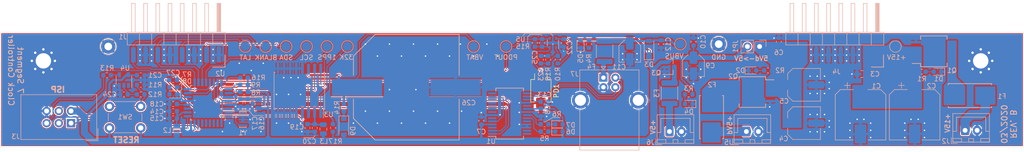
<source format=kicad_pcb>
(kicad_pcb (version 20171130) (host pcbnew "(5.1.4)-1")
  (layers (0 F.Cu signal) (31 B.Cu signal) (34 B.Paste user hide) (35 F.Paste user hide) (36 B.SilkS user) (37 F.SilkS user hide) (38 B.Mask user) (39 F.Mask user hide) (44 Edge.Cuts user))
  (net 0 "")
  (net 1 GND)
  (net 2 +15V)
  (net 3 +5VD)
  (net 4 +5V)
  (net 5 VBUS)
  (net 6 "Net-(C13-Pad2)")
  (net 7 "Net-(C14-Pad2)")
  (net 8 "Net-(C16-Pad2)")
  (net 9 "Net-(C18-Pad2)")
  (net 10 "Net-(C19-Pad2)")
  (net 11 "Net-(C23-Pad2)")
  (net 12 "Net-(C24-Pad1)")
  (net 13 +BATT)
  (net 14 "Net-(D1-Pad2)")
  (net 15 "Net-(D2-Pad2)")
  (net 16 "Net-(D4-Pad2)")
  (net 17 "Net-(D5-Pad2)")
  (net 18 "Net-(D6-Pad1)")
  (net 19 "Net-(D7-Pad1)")
  (net 20 "Net-(D8-Pad2)")
  (net 21 "Net-(D9-Pad1)")
  (net 22 "Net-(F1-Pad2)")
  (net 23 "Net-(F1-Pad1)")
  (net 24 "Net-(F2-Pad2)")
  (net 25 "Net-(F2-Pad1)")
  (net 26 "Net-(F3-Pad2)")
  (net 27 "Net-(F3-Pad1)")
  (net 28 "Net-(F4-Pad2)")
  (net 29 /TLC_BLANK)
  (net 30 /TLC_LAT)
  (net 31 /TLC_SCL)
  (net 32 /TLC_SDA)
  (net 33 /MOSI)
  (net 34 /SCK)
  (net 35 /MISO)
  (net 36 /USBD-)
  (net 37 /USBD+)
  (net 38 "Net-(R5-Pad2)")
  (net 39 "Net-(R6-Pad2)")
  (net 40 /LED)
  (net 41 /RTC_SDA)
  (net 42 /RTC_SCL)
  (net 43 "Net-(R13-Pad2)")
  (net 44 /~RESET~)
  (net 45 /RTC_1PPS)
  (net 46 /RTC_32K)
  (net 47 /FTDI_RX)
  (net 48 /FTDI_TX)
  (net 49 /~RTC_RST~)
  (net 50 "Net-(U2-Pad8)")
  (net 51 "Net-(U2-Pad7)")
  (net 52 "Net-(C27-Pad1)")
  (net 53 "Net-(R11-Pad2)")
  (net 54 "Net-(C25-Pad2)")
  (net 55 /PD_OUT)
  (net 56 "Net-(U1-Pad28)")
  (net 57 "Net-(U1-Pad27)")
  (net 58 "Net-(U1-Pad19)")
  (net 59 "Net-(U1-Pad14)")
  (net 60 "Net-(U1-Pad13)")
  (net 61 "Net-(U1-Pad12)")
  (net 62 "Net-(U1-Pad11)")
  (net 63 "Net-(U1-Pad10)")
  (net 64 "Net-(U1-Pad9)")
  (net 65 "Net-(U1-Pad6)")
  (net 66 "Net-(U1-Pad3)")
  (net 67 "Net-(U2-Pad22)")
  (net 68 "Net-(U2-Pad19)")
  (net 69 "Net-(U2-Pad14)")
  (net 70 "Net-(U2-Pad13)")
  (net 71 "Net-(U2-Pad12)")
  (net 72 "Net-(U2-Pad11)")
  (net 73 "Net-(U2-Pad10)")
  (module Resistor_SMD:R_0603_1608Metric (layer B.Cu) (at 169 96.5 90)
    (fp_text reference R4 (at -3 0 270) (layer B.SilkS) (effects (justify mirror)))
    (fp_text value 1k)
    (pad 2 smd roundrect (at 0.7875 0 90) (size 0.875 0.95) (layers B.Cu B.Paste B.Mask) (net 5 VBUS))
    (pad 1 smd roundrect (at -0.7875 0 90) (size 0.875 0.95) (layers B.Cu B.Paste B.Mask) (net 17 "Net-(D5-Pad2)"))
  )
  (module TestPoint:TestPoint_Pad_D2.0mm (layer B.Cu) (at 232.75 97 90)
    (fp_text reference TP16 hide)
    (fp_text value TestPoint_Alt)
    (pad 1 smd circle (at 0 0 90) (size 2 2) (layers B.Cu B.Mask) (net 2 +15V))
  )
  (module TestPoint:TestPoint_Pad_D2.0mm (layer B.Cu) (at 188 96.5 90)
    (fp_text reference TP13 hide)
    (fp_text value TestPoint_Alt)
    (pad 1 smd circle (at 0 0 90) (size 2 2) (layers B.Cu B.Mask) (net 5 VBUS))
  )
  (module TestPoint:TestPoint_Pad_D2.0mm (layer B.Cu) (at 145 97 90)
    (fp_text reference TP12 hide)
    (fp_text value TestPoint_Alt)
    (pad 1 smd circle (at 0 0 90) (size 2 2) (layers B.Cu B.Mask) (net 13 +BATT))
  )
  (module TestPoint:TestPoint_Pad_D2.0mm (layer B.Cu) (at 101.75 97 90)
    (fp_text reference TP11 hide)
    (fp_text value TestPoint_Alt)
    (pad 1 smd circle (at 0 0 90) (size 2 2) (layers B.Cu B.Mask) (net 29 /TLC_BLANK))
  )
  (module TestPoint:TestPoint_Pad_D2.0mm (layer B.Cu) (at 97.5 97 90)
    (fp_text reference TP10 hide)
    (fp_text value TestPoint_Alt)
    (pad 1 smd circle (at 0 0 90) (size 2 2) (layers B.Cu B.Mask) (net 30 /TLC_LAT))
  )
  (module TestPoint:TestPoint_Pad_D2.0mm (layer B.Cu) (at 110.25 97 90)
    (fp_text reference TP9 hide)
    (fp_text value TestPoint_Alt)
    (pad 1 smd circle (at 0 0 90) (size 2 2) (layers B.Cu B.Mask) (net 31 /TLC_SCL))
  )
  (module TestPoint:TestPoint_Pad_D2.0mm (layer B.Cu) (at 106 97 90)
    (fp_text reference TP7 hide)
    (fp_text value TestPoint_Alt)
    (pad 1 smd circle (at 0 0 90) (size 2 2) (layers B.Cu B.Mask) (net 32 /TLC_SDA))
  )
  (module TestPoint:TestPoint_Pad_D2.0mm (layer B.Cu) (at 151.75 97 90)
    (fp_text reference TP5 hide)
    (fp_text value TestPoint_Alt)
    (pad 1 smd circle (at 0 0 90) (size 2 2) (layers B.Cu B.Mask) (net 55 /PD_OUT))
  )
  (module TestPoint:TestPoint_Pad_D2.0mm (layer B.Cu) (at 118.75 97 90)
    (fp_text reference TP3 hide)
    (fp_text value TestPoint_Alt)
    (pad 1 smd circle (at 0 0 90) (size 2 2) (layers B.Cu B.Mask) (net 46 /RTC_32K))
  )
  (module TestPoint:TestPoint_Pad_D2.0mm (layer B.Cu) (at 114.5 97 90)
    (fp_text reference TP1 hide)
    (fp_text value TestPoint_Alt)
    (pad 1 smd circle (at 0 0 90) (size 2 2) (layers B.Cu B.Mask) (net 45 /RTC_1PPS))
  )
  (module Connector_USB:USB_B_OST_USB-B1HSxx_Horizontal (layer B.Cu) (at 172 103.5 270)
    (fp_text reference J7 (at -0.75 6 180) (layer B.SilkS) (effects (justify mirror)))
    (fp_text value CON_USB_A)
    (pad 5 thru_hole circle (at 4.71 -7.27 270) (size 3.5 3.5) (drill 2.33) (layers *.Cu *.Mask) (net 1 GND))
    (pad 5 thru_hole circle (at 4.71 4.77 270) (size 3.5 3.5) (drill 2.33) (layers *.Cu *.Mask) (net 1 GND))
    (pad 4 thru_hole circle (at 2 0 270) (size 1.7 1.7) (drill 0.92) (layers *.Cu *.Mask) (net 1 GND))
    (pad 3 thru_hole circle (at 2 -2.5 270) (size 1.7 1.7) (drill 0.92) (layers *.Cu *.Mask) (net 37 /USBD+))
    (pad 2 thru_hole circle (at 0 -2.5 270) (size 1.7 1.7) (drill 0.92) (layers *.Cu *.Mask) (net 36 /USBD-))
    (pad 1 thru_hole rect (at 0 0 270) (size 1.7 1.7) (drill 0.92) (layers *.Cu *.Mask) (net 28 "Net-(F4-Pad2)"))
  )
  (module Connector_PinSocket_2.54mm:PinSocket_1x02_P2.54mm_Vertical (layer B.Cu) (at 204.5 97 90)
    (fp_text reference JP1 (at 0 -5 270) (layer B.SilkS) (effects (justify mirror)))
    (fp_text value "5V PASSTHRU")
    (pad 2 thru_hole oval (at 0 -2.54 90) (size 1.7 1.7) (drill 1) (layers *.Cu *.Mask) (net 4 +5V))
    (pad 1 thru_hole rect (at 0 0 90) (size 1.7 1.7) (drill 1) (layers *.Cu *.Mask) (net 3 +5VD))
  )
  (module Package_TO_SOT_SMD:SOT-353_SC-70-5 (layer B.Cu) (at 161.5 96.25 90)
    (fp_text reference U5 (at 0.75 -6.75 180) (layer B.SilkS) (effects (justify mirror)))
    (fp_text value LMV301)
    (pad 5 smd rect (at 0.95 0.65 90) (size 0.65 0.4) (layers B.Cu B.Paste B.Mask) (net 4 +5V))
    (pad 4 smd rect (at 0.95 -0.65 90) (size 0.65 0.4) (layers B.Cu B.Paste B.Mask) (net 55 /PD_OUT))
    (pad 2 smd rect (at -0.95 0 90) (size 0.65 0.4) (layers B.Cu B.Paste B.Mask) (net 1 GND))
    (pad 3 smd rect (at -0.95 -0.65 90) (size 0.65 0.4) (layers B.Cu B.Paste B.Mask) (net 54 "Net-(C25-Pad2)"))
    (pad 1 smd rect (at -0.95 0.65 90) (size 0.65 0.4) (layers B.Cu B.Paste B.Mask) (net 11 "Net-(C23-Pad2)"))
  )
  (module Resistor_SMD:R_0603_1608Metric (layer B.Cu) (at 160.5 99.75 90)
    (fp_text reference R18 (at -3 0 90) (layer B.SilkS) (effects (justify mirror)))
    (fp_text value ??)
    (pad 2 smd roundrect (at 0.7875 0 90) (size 0.875 0.95) (layers B.Cu B.Paste B.Mask) (net 1 GND))
    (pad 1 smd roundrect (at -0.7875 0 90) (size 0.875 0.95) (layers B.Cu B.Paste B.Mask) (net 11 "Net-(C23-Pad2)"))
  )
  (module Resistor_SMD:R_0603_1608Metric (layer B.Cu) (at 162.5 99.75 270)
    (fp_text reference R10 (at 3 0 90) (layer B.SilkS) (effects (justify mirror)))
    (fp_text value ??)
    (pad 2 smd roundrect (at 0.7875 0 270) (size 0.875 0.95) (layers B.Cu B.Paste B.Mask) (net 4 +5V))
    (pad 1 smd roundrect (at -0.7875 0 270) (size 0.875 0.95) (layers B.Cu B.Paste B.Mask) (net 11 "Net-(C23-Pad2)"))
  )
  (module OptoDevice:Osram_SMD-DIL2_4.5x4.0mm (layer F.Cu) (at 159 106.25 270)
    (fp_text reference PD1 (at 0.01 -3.2 90) (layer F.SilkS))
    (fp_text value "SFH 2440")
    (pad 1 smd roundrect (at -2.54 0 90) (size 2.2 2) (layers F.Cu F.Paste F.Mask) (roundrect_rratio 0.125) (net 54 "Net-(C25-Pad2)"))
    (pad 2 smd roundrect (at 2.54 0 90) (size 2.2 2) (layers F.Cu F.Paste F.Mask) (roundrect_rratio 0.125) (net 1 GND))
  )
  (module Package_SO:SSOP-28_5.3x10.2mm_P0.65mm (layer B.Cu) (at 152.5 111)
    (fp_text reference U1 (at -3.9 5.8) (layer B.SilkS) (effects (justify mirror)))
    (fp_text value FT232RL)
    (pad 28 smd rect (at 3.6 4.225) (size 1.75 0.4) (layers B.Cu B.Paste B.Mask) (net 56 "Net-(U1-Pad28)"))
    (pad 27 smd rect (at 3.6 3.575) (size 1.75 0.4) (layers B.Cu B.Paste B.Mask) (net 57 "Net-(U1-Pad27)"))
    (pad 26 smd rect (at 3.6 2.925) (size 1.75 0.4) (layers B.Cu B.Paste B.Mask) (net 1 GND))
    (pad 25 smd rect (at 3.6 2.275) (size 1.75 0.4) (layers B.Cu B.Paste B.Mask) (net 1 GND))
    (pad 24 smd rect (at 3.6 1.625) (size 1.75 0.4) (layers B.Cu B.Paste B.Mask))
    (pad 23 smd rect (at 3.6 0.975) (size 1.75 0.4) (layers B.Cu B.Paste B.Mask) (net 38 "Net-(R5-Pad2)"))
    (pad 22 smd rect (at 3.6 0.325) (size 1.75 0.4) (layers B.Cu B.Paste B.Mask) (net 39 "Net-(R6-Pad2)"))
    (pad 21 smd rect (at 3.6 -0.325) (size 1.75 0.4) (layers B.Cu B.Paste B.Mask) (net 1 GND))
    (pad 20 smd rect (at 3.6 -0.975) (size 1.75 0.4) (layers B.Cu B.Paste B.Mask) (net 4 +5V))
    (pad 19 smd rect (at 3.6 -1.625) (size 1.75 0.4) (layers B.Cu B.Paste B.Mask) (net 58 "Net-(U1-Pad19)"))
    (pad 18 smd rect (at 3.6 -2.275) (size 1.75 0.4) (layers B.Cu B.Paste B.Mask) (net 1 GND))
    (pad 17 smd rect (at 3.6 -2.925) (size 1.75 0.4) (layers B.Cu B.Paste B.Mask) (net 6 "Net-(C13-Pad2)"))
    (pad 16 smd rect (at 3.6 -3.575) (size 1.75 0.4) (layers B.Cu B.Paste B.Mask) (net 36 /USBD-))
    (pad 15 smd rect (at 3.6 -4.225) (size 1.75 0.4) (layers B.Cu B.Paste B.Mask) (net 37 /USBD+))
    (pad 14 smd rect (at -3.6 -4.225) (size 1.75 0.4) (layers B.Cu B.Paste B.Mask) (net 59 "Net-(U1-Pad14)"))
    (pad 13 smd rect (at -3.6 -3.575) (size 1.75 0.4) (layers B.Cu B.Paste B.Mask) (net 60 "Net-(U1-Pad13)"))
    (pad 12 smd rect (at -3.6 -2.925) (size 1.75 0.4) (layers B.Cu B.Paste B.Mask) (net 61 "Net-(U1-Pad12)"))
    (pad 11 smd rect (at -3.6 -2.275) (size 1.75 0.4) (layers B.Cu B.Paste B.Mask) (net 62 "Net-(U1-Pad11)"))
    (pad 10 smd rect (at -3.6 -1.625) (size 1.75 0.4) (layers B.Cu B.Paste B.Mask) (net 63 "Net-(U1-Pad10)"))
    (pad 9 smd rect (at -3.6 -0.975) (size 1.75 0.4) (layers B.Cu B.Paste B.Mask) (net 64 "Net-(U1-Pad9)"))
    (pad 8 smd rect (at -3.6 -0.325) (size 1.75 0.4) (layers B.Cu B.Paste B.Mask))
    (pad 7 smd rect (at -3.6 0.325) (size 1.75 0.4) (layers B.Cu B.Paste B.Mask) (net 1 GND))
    (pad 6 smd rect (at -3.6 0.975) (size 1.75 0.4) (layers B.Cu B.Paste B.Mask) (net 65 "Net-(U1-Pad6)"))
    (pad 5 smd rect (at -3.6 1.625) (size 1.75 0.4) (layers B.Cu B.Paste B.Mask) (net 47 /FTDI_RX))
    (pad 4 smd rect (at -3.6 2.275) (size 1.75 0.4) (layers B.Cu B.Paste B.Mask) (net 4 +5V))
    (pad 3 smd rect (at -3.6 2.925) (size 1.75 0.4) (layers B.Cu B.Paste B.Mask) (net 66 "Net-(U1-Pad3)"))
    (pad 2 smd rect (at -3.6 3.575) (size 1.75 0.4) (layers B.Cu B.Paste B.Mask) (net 52 "Net-(C27-Pad1)"))
    (pad 1 smd rect (at -3.6 4.225) (size 1.75 0.4) (layers B.Cu B.Paste B.Mask) (net 48 /FTDI_TX))
  )
  (module Package_QFP:TQFP-32_7x7mm_P0.8mm (layer B.Cu) (at 89.75 108.75 180)
    (fp_text reference U2 (at -2.55 6.05 180) (layer B.SilkS) (effects (justify mirror)))
    (fp_text value ATmega328P-AU)
    (pad 32 smd rect (at -2.8 4.25 90) (size 1.6 0.5) (layers B.Cu B.Paste B.Mask) (net 45 /RTC_1PPS))
    (pad 31 smd rect (at -2 4.25 90) (size 1.6 0.5) (layers B.Cu B.Paste B.Mask) (net 47 /FTDI_RX))
    (pad 30 smd rect (at -1.2 4.25 90) (size 1.6 0.5) (layers B.Cu B.Paste B.Mask) (net 48 /FTDI_TX))
    (pad 29 smd rect (at -0.4 4.25 90) (size 1.6 0.5) (layers B.Cu B.Paste B.Mask) (net 44 /~RESET~))
    (pad 28 smd rect (at 0.4 4.25 90) (size 1.6 0.5) (layers B.Cu B.Paste B.Mask) (net 31 /TLC_SCL))
    (pad 27 smd rect (at 1.2 4.25 90) (size 1.6 0.5) (layers B.Cu B.Paste B.Mask) (net 32 /TLC_SDA))
    (pad 26 smd rect (at 2 4.25 90) (size 1.6 0.5) (layers B.Cu B.Paste B.Mask) (net 30 /TLC_LAT))
    (pad 25 smd rect (at 2.8 4.25 90) (size 1.6 0.5) (layers B.Cu B.Paste B.Mask) (net 29 /TLC_BLANK))
    (pad 24 smd rect (at 4.25 2.8 180) (size 1.6 0.5) (layers B.Cu B.Paste B.Mask) (net 40 /LED))
    (pad 23 smd rect (at 4.25 2 180) (size 1.6 0.5) (layers B.Cu B.Paste B.Mask) (net 55 /PD_OUT))
    (pad 22 smd rect (at 4.25 1.2 180) (size 1.6 0.5) (layers B.Cu B.Paste B.Mask) (net 67 "Net-(U2-Pad22)"))
    (pad 21 smd rect (at 4.25 0.4 180) (size 1.6 0.5) (layers B.Cu B.Paste B.Mask) (net 1 GND))
    (pad 20 smd rect (at 4.25 -0.4 180) (size 1.6 0.5) (layers B.Cu B.Paste B.Mask) (net 9 "Net-(C18-Pad2)"))
    (pad 19 smd rect (at 4.25 -1.2 180) (size 1.6 0.5) (layers B.Cu B.Paste B.Mask) (net 68 "Net-(U2-Pad19)"))
    (pad 18 smd rect (at 4.25 -2 180) (size 1.6 0.5) (layers B.Cu B.Paste B.Mask) (net 7 "Net-(C14-Pad2)"))
    (pad 17 smd rect (at 4.25 -2.8 180) (size 1.6 0.5) (layers B.Cu B.Paste B.Mask) (net 34 /SCK))
    (pad 16 smd rect (at 2.8 -4.25 90) (size 1.6 0.5) (layers B.Cu B.Paste B.Mask) (net 35 /MISO))
    (pad 15 smd rect (at 2 -4.25 90) (size 1.6 0.5) (layers B.Cu B.Paste B.Mask) (net 33 /MOSI))
    (pad 14 smd rect (at 1.2 -4.25 90) (size 1.6 0.5) (layers B.Cu B.Paste B.Mask) (net 69 "Net-(U2-Pad14)"))
    (pad 13 smd rect (at 0.4 -4.25 90) (size 1.6 0.5) (layers B.Cu B.Paste B.Mask) (net 70 "Net-(U2-Pad13)"))
    (pad 12 smd rect (at -0.4 -4.25 90) (size 1.6 0.5) (layers B.Cu B.Paste B.Mask) (net 71 "Net-(U2-Pad12)"))
    (pad 11 smd rect (at -1.2 -4.25 90) (size 1.6 0.5) (layers B.Cu B.Paste B.Mask) (net 72 "Net-(U2-Pad11)"))
    (pad 10 smd rect (at -2 -4.25 90) (size 1.6 0.5) (layers B.Cu B.Paste B.Mask) (net 73 "Net-(U2-Pad10)"))
    (pad 9 smd rect (at -2.8 -4.25 90) (size 1.6 0.5) (layers B.Cu B.Paste B.Mask) (net 49 /~RTC_RST~))
    (pad 8 smd rect (at -4.25 -2.8 180) (size 1.6 0.5) (layers B.Cu B.Paste B.Mask) (net 50 "Net-(U2-Pad8)"))
    (pad 7 smd rect (at -4.25 -2 180) (size 1.6 0.5) (layers B.Cu B.Paste B.Mask) (net 51 "Net-(U2-Pad7)"))
    (pad 6 smd rect (at -4.25 -1.2 180) (size 1.6 0.5) (layers B.Cu B.Paste B.Mask) (net 8 "Net-(C16-Pad2)"))
    (pad 5 smd rect (at -4.25 -0.4 180) (size 1.6 0.5) (layers B.Cu B.Paste B.Mask) (net 1 GND))
    (pad 4 smd rect (at -4.25 0.4 180) (size 1.6 0.5) (layers B.Cu B.Paste B.Mask) (net 8 "Net-(C16-Pad2)"))
    (pad 3 smd rect (at -4.25 1.2 180) (size 1.6 0.5) (layers B.Cu B.Paste B.Mask) (net 1 GND))
    (pad 2 smd rect (at -4.25 2 180) (size 1.6 0.5) (layers B.Cu B.Paste B.Mask) (net 41 /RTC_SDA))
    (pad 1 smd rect (at -4.25 2.8 180) (size 1.6 0.5) (layers B.Cu B.Paste B.Mask) (net 42 /RTC_SCL))
  )
  (module Resistor_SMD:R_0603_1608Metric (layer B.Cu) (at 115.75 114 90)
    (fp_text reference R17 (at -2.8 0.5) (layer B.SilkS) (effects (justify mirror)))
    (fp_text value 4k7)
    (pad 2 smd roundrect (at 0.7875 0 90) (size 0.875 0.95) (layers B.Cu B.Paste B.Mask) (net 46 /RTC_32K))
    (pad 1 smd roundrect (at -0.7875 0 90) (size 0.875 0.95) (layers B.Cu B.Paste B.Mask) (net 4 +5V))
  )
  (module Resistor_SMD:R_0603_1608Metric (layer B.Cu) (at 97.25 103.5 180)
    (fp_text reference R16 (at -3 0) (layer B.SilkS) (effects (justify mirror)))
    (fp_text value 4k7)
    (pad 2 smd roundrect (at 0.7875 0 180) (size 0.875 0.95) (layers B.Cu B.Paste B.Mask) (net 45 /RTC_1PPS))
    (pad 1 smd roundrect (at -0.7875 0 180) (size 0.875 0.95) (layers B.Cu B.Paste B.Mask) (net 4 +5V))
  )
  (module Capacitor_SMD:C_0603_1608Metric (layer B.Cu) (at 82.5 104)
    (fp_text reference C27 (at 0 -1.5) (layer B.SilkS) (effects (justify mirror)))
    (fp_text value 100nF)
    (pad 2 smd roundrect (at 0.7875 0) (size 0.875 0.95) (layers B.Cu B.Paste B.Mask) (net 44 /~RESET~))
    (pad 1 smd roundrect (at -0.7875 0) (size 0.875 0.95) (layers B.Cu B.Paste B.Mask) (net 52 "Net-(C27-Pad1)"))
  )
  (module ak:FC0H105ZFTBR44 (layer B.Cu) (at 131 105.5 180)
    (fp_text reference C26 (at -13 -3.25) (layer B.SilkS) (effects (justify mirror)))
    (fp_text value 1F)
    (pad 1 smd rect (at 10.25 0 180) (size 10.5 3.5) (layers B.Cu B.Paste B.Mask) (net 13 +BATT))
    (pad 2 smd rect (at -10.25 0 180) (size 10.5 3.5) (layers B.Cu B.Paste B.Mask) (net 1 GND))
  )
  (module Resistor_SMD:R_0603_1608Metric (layer B.Cu) (at 68.75 103)
    (fp_text reference R13 (at 0 -1.5) (layer B.SilkS) (effects (justify mirror)))
    (fp_text value 1k)
    (pad 2 smd roundrect (at 0.7875 0) (size 0.875 0.95) (layers B.Cu B.Paste B.Mask) (net 43 "Net-(R13-Pad2)"))
    (pad 1 smd roundrect (at -0.7875 0) (size 0.875 0.95) (layers B.Cu B.Paste B.Mask) (net 44 /~RESET~))
  )
  (module Resistor_SMD:R_0603_1608Metric (layer B.Cu) (at 75.75 107)
    (fp_text reference R12 (at 3 0 180) (layer B.SilkS) (effects (justify mirror)))
    (fp_text value 10k)
    (pad 2 smd roundrect (at 0.7875 0) (size 0.875 0.95) (layers B.Cu B.Paste B.Mask) (net 53 "Net-(R11-Pad2)"))
    (pad 1 smd roundrect (at -0.7875 0) (size 0.875 0.95) (layers B.Cu B.Paste B.Mask) (net 12 "Net-(C24-Pad1)"))
  )
  (module ak:Fuse_1812_4532Metric (layer B.Cu) (at 172.25 98 270)
    (fp_text reference F4 (at 3.25 2.75 180) (layer B.SilkS) (effects (justify mirror)))
    (fp_text value 500mA)
    (pad 2 smd roundrect (at 2.1375 0 270) (size 1.125 3.4) (layers B.Cu B.Paste B.Mask) (roundrect_rratio 0.222222) (net 28 "Net-(F4-Pad2)"))
    (pad 1 smd roundrect (at -2.1375 0 270) (size 1.125 3.4) (layers B.Cu B.Paste B.Mask) (roundrect_rratio 0.222222) (net 5 VBUS))
  )
  (module ak:Fuse_1812_4532Metric (layer B.Cu) (at 185.75 106.75 270)
    (fp_text reference F3 (at 0 2.65 90) (layer B.SilkS) (effects (justify mirror)))
    (fp_text value 500mA)
    (pad 2 smd roundrect (at 2.1375 0 270) (size 1.125 3.4) (layers B.Cu B.Paste B.Mask) (roundrect_rratio 0.222222) (net 26 "Net-(F3-Pad2)"))
    (pad 1 smd roundrect (at -2.1375 0 270) (size 1.125 3.4) (layers B.Cu B.Paste B.Mask) (roundrect_rratio 0.222222) (net 27 "Net-(F3-Pad1)"))
  )
  (module Resistor_SMD:R_0603_1608Metric (layer B.Cu) (at 97.25 106.5 180)
    (fp_text reference R8 (at -2.45 -0.1) (layer B.SilkS) (effects (justify mirror)))
    (fp_text value 4k7)
    (pad 2 smd roundrect (at 0.7875 0 180) (size 0.875 0.95) (layers B.Cu B.Paste B.Mask) (net 41 /RTC_SDA))
    (pad 1 smd roundrect (at -0.7875 0 180) (size 0.875 0.95) (layers B.Cu B.Paste B.Mask) (net 4 +5V))
  )
  (module Diode_SMD:D_SOD-123 (layer B.Cu) (at 118 113.75 270)
    (fp_text reference D9 (at 0.85 -1.9 270) (layer B.SilkS) (effects (justify mirror)))
    (fp_text value SS1P3L)
    (pad 2 smd rect (at 1.65 0 270) (size 0.9 1.2) (layers B.Cu B.Paste B.Mask) (net 4 +5V))
    (pad 1 smd rect (at -1.65 0 270) (size 0.9 1.2) (layers B.Cu B.Paste B.Mask) (net 21 "Net-(D9-Pad1)"))
  )
  (module Resistor_SMD:R_0603_1608Metric (layer B.Cu) (at 75.75 105 180)
    (fp_text reference R11 (at -3 0) (layer B.SilkS) (effects (justify mirror)))
    (fp_text value 10k)
    (pad 2 smd roundrect (at 0.7875 0 180) (size 0.875 0.95) (layers B.Cu B.Paste B.Mask) (net 53 "Net-(R11-Pad2)"))
    (pad 1 smd roundrect (at -0.7875 0 180) (size 0.875 0.95) (layers B.Cu B.Paste B.Mask) (net 1 GND))
  )
  (module Package_TO_SOT_SMD:SOT-23-5 (layer B.Cu) (at 72.25 104 90)
    (fp_text reference U4 (at 2.5 0.25 180) (layer B.SilkS) (effects (justify mirror)))
    (fp_text value 74AHC1G14)
    (pad 5 smd rect (at 1.1 0.95 90) (size 1.06 0.65) (layers B.Cu B.Paste B.Mask) (net 4 +5V))
    (pad 4 smd rect (at 1.1 -0.95 90) (size 1.06 0.65) (layers B.Cu B.Paste B.Mask) (net 43 "Net-(R13-Pad2)"))
    (pad 3 smd rect (at -1.1 -0.95 90) (size 1.06 0.65) (layers B.Cu B.Paste B.Mask) (net 1 GND))
    (pad 2 smd rect (at -1.1 0 90) (size 1.06 0.65) (layers B.Cu B.Paste B.Mask) (net 12 "Net-(C24-Pad1)"))
    (pad 1 smd rect (at -1.1 0.95 90) (size 1.06 0.65) (layers B.Cu B.Paste B.Mask))
  )
  (module Capacitor_SMD:C_0603_1608Metric (layer B.Cu) (at 72.25 107 180)
    (fp_text reference C24 (at 2.95 0) (layer B.SilkS) (effects (justify mirror)))
    (fp_text value 100n)
    (pad 2 smd roundrect (at 0.7875 0 180) (size 0.875 0.95) (layers B.Cu B.Paste B.Mask) (net 1 GND))
    (pad 1 smd roundrect (at -0.7875 0 180) (size 0.875 0.95) (layers B.Cu B.Paste B.Mask) (net 12 "Net-(C24-Pad1)"))
  )
  (module Capacitor_SMD:C_0603_1608Metric (layer B.Cu) (at 98 108.75 90)
    (fp_text reference C16 (at -4.25 2.9 90) (layer B.SilkS) (effects (justify mirror)))
    (fp_text value 100nF)
    (pad 2 smd roundrect (at 0.7875 0 90) (size 0.875 0.95) (layers B.Cu B.Paste B.Mask) (net 8 "Net-(C16-Pad2)"))
    (pad 1 smd roundrect (at -0.7875 0 90) (size 0.875 0.95) (layers B.Cu B.Paste B.Mask) (net 1 GND))
  )
  (module Resistor_SMD:R_0603_1608Metric (layer B.Cu) (at 159.25 96.25 90)
    (fp_text reference R15 (at -0.75 -4 180) (layer B.SilkS) (effects (justify mirror)))
    (fp_text value ??)
    (pad 2 smd roundrect (at 0.7875 0 90) (size 0.875 0.95) (layers B.Cu B.Paste B.Mask) (net 55 /PD_OUT))
    (pad 1 smd roundrect (at -0.7875 0 90) (size 0.875 0.95) (layers B.Cu B.Paste B.Mask) (net 54 "Net-(C25-Pad2)"))
  )
  (module Resistor_SMD:R_0603_1608Metric (layer B.Cu) (at 118 109.75 270)
    (fp_text reference R14 (at 0 1.43 90) (layer B.SilkS) (effects (justify mirror)))
    (fp_text value 100R)
    (pad 2 smd roundrect (at 0.7875 0 270) (size 0.875 0.95) (layers B.Cu B.Paste B.Mask) (net 21 "Net-(D9-Pad1)"))
    (pad 1 smd roundrect (at -0.7875 0 270) (size 0.875 0.95) (layers B.Cu B.Paste B.Mask) (net 13 +BATT))
  )
  (module Resistor_SMD:R_0603_1608Metric (layer B.Cu) (at 97.25 105 180)
    (fp_text reference R9 (at -2.45 0) (layer B.SilkS) (effects (justify mirror)))
    (fp_text value 4k7)
    (pad 2 smd roundrect (at 0.7875 0 180) (size 0.875 0.95) (layers B.Cu B.Paste B.Mask) (net 42 /RTC_SCL))
    (pad 1 smd roundrect (at -0.7875 0 180) (size 0.875 0.95) (layers B.Cu B.Paste B.Mask) (net 4 +5V))
  )
  (module Resistor_SMD:R_0603_1608Metric (layer B.Cu) (at 82.5 105.5)
    (fp_text reference R7 (at 2.9 -2.65) (layer B.SilkS) (effects (justify mirror)))
    (fp_text value 1k)
    (pad 2 smd roundrect (at 0.7875 0) (size 0.875 0.95) (layers B.Cu B.Paste B.Mask) (net 40 /LED))
    (pad 1 smd roundrect (at -0.7875 0) (size 0.875 0.95) (layers B.Cu B.Paste B.Mask) (net 20 "Net-(D8-Pad2)"))
  )
  (module Resistor_SMD:R_0603_1608Metric (layer B.Cu) (at 159.75 113.25 180)
    (fp_text reference R6 (at -2.55 2.15) (layer B.SilkS) (effects (justify mirror)))
    (fp_text value 1k)
    (pad 2 smd roundrect (at 0.7875 0 180) (size 0.875 0.95) (layers B.Cu B.Paste B.Mask) (net 39 "Net-(R6-Pad2)"))
    (pad 1 smd roundrect (at -0.7875 0 180) (size 0.875 0.95) (layers B.Cu B.Paste B.Mask) (net 19 "Net-(D7-Pad1)"))
  )
  (module Resistor_SMD:R_0603_1608Metric (layer B.Cu) (at 159.75 114.75 180)
    (fp_text reference R5 (at 0 -1.45) (layer B.SilkS) (effects (justify mirror)))
    (fp_text value 1k)
    (pad 2 smd roundrect (at 0.7875 0 180) (size 0.875 0.95) (layers B.Cu B.Paste B.Mask) (net 38 "Net-(R5-Pad2)"))
    (pad 1 smd roundrect (at -0.7875 0 180) (size 0.875 0.95) (layers B.Cu B.Paste B.Mask) (net 18 "Net-(D6-Pad1)"))
  )
  (module Resistor_SMD:R_0603_1608Metric (layer B.Cu) (at 189.75 107)
    (fp_text reference R3 (at 0 -1.25) (layer B.SilkS) (effects (justify mirror)))
    (fp_text value 1k)
    (pad 2 smd roundrect (at 0.7875 0) (size 0.875 0.95) (layers B.Cu B.Paste B.Mask) (net 4 +5V))
    (pad 1 smd roundrect (at -0.7875 0) (size 0.875 0.95) (layers B.Cu B.Paste B.Mask) (net 16 "Net-(D4-Pad2)"))
  )
  (module Resistor_SMD:R_0603_1608Metric (layer B.Cu) (at 206.25 102)
    (fp_text reference R2 (at 2.5 0) (layer B.SilkS) (effects (justify mirror)))
    (fp_text value 1k)
    (pad 2 smd roundrect (at 0.7875 0) (size 0.875 0.95) (layers B.Cu B.Paste B.Mask) (net 3 +5VD))
    (pad 1 smd roundrect (at -0.7875 0) (size 0.875 0.95) (layers B.Cu B.Paste B.Mask) (net 15 "Net-(D2-Pad2)"))
  )
  (module Resistor_SMD:R_0603_1608Metric (layer B.Cu) (at 238.25 102.25 180)
    (fp_text reference R1 (at 0 -1.5) (layer B.SilkS) (effects (justify mirror)))
    (fp_text value 1k)
    (pad 2 smd roundrect (at 0.7875 0 180) (size 0.875 0.95) (layers B.Cu B.Paste B.Mask) (net 2 +15V))
    (pad 1 smd roundrect (at -0.7875 0 180) (size 0.875 0.95) (layers B.Cu B.Paste B.Mask) (net 14 "Net-(D1-Pad2)"))
  )
  (module LED_SMD:LED_0603_1608Metric (layer B.Cu) (at 82.5 107 180)
    (fp_text reference D8 (at -2.9 2.75) (layer B.SilkS) (effects (justify mirror)))
    (fp_text value RED)
    (pad 2 smd roundrect (at 0.7875 0 180) (size 0.875 0.95) (layers B.Cu B.Paste B.Mask) (net 20 "Net-(D8-Pad2)"))
    (pad 1 smd roundrect (at -0.7875 0 180) (size 0.875 0.95) (layers B.Cu B.Paste B.Mask) (net 1 GND))
  )
  (module LED_SMD:LED_0603_1608Metric (layer B.Cu) (at 162.75 113.25)
    (fp_text reference D7 (at 2.45 0.15) (layer B.SilkS) (effects (justify mirror)))
    (fp_text value "TX GREEN")
    (pad 2 smd roundrect (at 0.7875 0) (size 0.875 0.95) (layers B.Cu B.Paste B.Mask) (net 4 +5V))
    (pad 1 smd roundrect (at -0.7875 0) (size 0.875 0.95) (layers B.Cu B.Paste B.Mask) (net 19 "Net-(D7-Pad1)"))
  )
  (module LED_SMD:LED_0603_1608Metric (layer B.Cu) (at 162.75 114.75)
    (fp_text reference D6 (at 2.45 0.05) (layer B.SilkS) (effects (justify mirror)))
    (fp_text value "RX ORANGE")
    (pad 2 smd roundrect (at 0.7875 0) (size 0.875 0.95) (layers B.Cu B.Paste B.Mask) (net 4 +5V))
    (pad 1 smd roundrect (at -0.7875 0) (size 0.875 0.95) (layers B.Cu B.Paste B.Mask) (net 18 "Net-(D6-Pad1)"))
  )
  (module LED_SMD:LED_0603_1608Metric (layer B.Cu) (at 167.25 96.5 90)
    (fp_text reference D5 (at -3 0 90) (layer B.SilkS) (effects (justify mirror)))
    (fp_text value GREEN)
    (pad 2 smd roundrect (at 0.7875 0 90) (size 0.875 0.95) (layers B.Cu B.Paste B.Mask) (net 17 "Net-(D5-Pad2)"))
    (pad 1 smd roundrect (at -0.7875 0 90) (size 0.875 0.95) (layers B.Cu B.Paste B.Mask) (net 1 GND))
  )
  (module LED_SMD:LED_0603_1608Metric (layer B.Cu) (at 189.75 109 180)
    (fp_text reference D4 (at -0.05 -1.6) (layer B.SilkS) (effects (justify mirror)))
    (fp_text value ORANGE)
    (pad 2 smd roundrect (at 0.7875 0 180) (size 0.875 0.95) (layers B.Cu B.Paste B.Mask) (net 16 "Net-(D4-Pad2)"))
    (pad 1 smd roundrect (at -0.7875 0 180) (size 0.875 0.95) (layers B.Cu B.Paste B.Mask) (net 1 GND))
  )
  (module LED_SMD:LED_0603_1608Metric (layer B.Cu) (at 203 102)
    (fp_text reference D2 (at -2.5 0) (layer B.SilkS) (effects (justify mirror)))
    (fp_text value BLUE)
    (pad 2 smd roundrect (at 0.7875 0) (size 0.875 0.95) (layers B.Cu B.Paste B.Mask) (net 15 "Net-(D2-Pad2)"))
    (pad 1 smd roundrect (at -0.7875 0) (size 0.875 0.95) (layers B.Cu B.Paste B.Mask) (net 1 GND))
  )
  (module LED_SMD:LED_0603_1608Metric (layer B.Cu) (at 241.5 102.25 180)
    (fp_text reference D1 (at -0.25 -1.5) (layer B.SilkS) (effects (justify mirror)))
    (fp_text value BLUE)
    (pad 2 smd roundrect (at 0.7875 0 180) (size 0.875 0.95) (layers B.Cu B.Paste B.Mask) (net 14 "Net-(D1-Pad2)"))
    (pad 1 smd roundrect (at -0.7875 0 180) (size 0.875 0.95) (layers B.Cu B.Paste B.Mask) (net 1 GND))
  )
  (module Capacitor_SMD:C_0603_1608Metric (layer B.Cu) (at 157.75 96.25 270)
    (fp_text reference C25 (at 3 0 90) (layer B.SilkS) (effects (justify mirror)))
    (fp_text value 100n)
    (pad 2 smd roundrect (at 0.7875 0 270) (size 0.875 0.95) (layers B.Cu B.Paste B.Mask) (net 54 "Net-(C25-Pad2)"))
    (pad 1 smd roundrect (at -0.7875 0 270) (size 0.875 0.95) (layers B.Cu B.Paste B.Mask) (net 55 /PD_OUT))
  )
  (module Capacitor_SMD:C_0603_1608Metric (layer B.Cu) (at 159 99.75 270)
    (fp_text reference C23 (at 3 0 90) (layer B.SilkS) (effects (justify mirror)))
    (fp_text value 1uF)
    (pad 2 smd roundrect (at 0.7875 0 270) (size 0.875 0.95) (layers B.Cu B.Paste B.Mask) (net 11 "Net-(C23-Pad2)"))
    (pad 1 smd roundrect (at -0.7875 0 270) (size 0.875 0.95) (layers B.Cu B.Paste B.Mask) (net 1 GND))
  )
  (module Capacitor_SMD:C_0603_1608Metric (layer B.Cu) (at 163.75 96.25 270)
    (fp_text reference C22 (at 1 -1.25 90) (layer B.SilkS) (effects (justify mirror)))
    (fp_text value 100n)
    (pad 2 smd roundrect (at 0.7875 0 270) (size 0.875 0.95) (layers B.Cu B.Paste B.Mask) (net 1 GND))
    (pad 1 smd roundrect (at -0.7875 0 270) (size 0.875 0.95) (layers B.Cu B.Paste B.Mask) (net 4 +5V))
  )
  (module Capacitor_SMD:C_0603_1608Metric (layer B.Cu) (at 75.75 103)
    (fp_text reference C21 (at 3 0) (layer B.SilkS) (effects (justify mirror)))
    (fp_text value 100n)
    (pad 2 smd roundrect (at 0.7875 0) (size 0.875 0.95) (layers B.Cu B.Paste B.Mask) (net 1 GND))
    (pad 1 smd roundrect (at -0.7875 0) (size 0.875 0.95) (layers B.Cu B.Paste B.Mask) (net 4 +5V))
  )
  (module Capacitor_SMD:C_0603_1608Metric (layer B.Cu) (at 159.75 108.5 180)
    (fp_text reference C13 (at 0 1.43) (layer B.SilkS) (effects (justify mirror)))
    (fp_text value 100nF)
    (pad 2 smd roundrect (at 0.7875 0 180) (size 0.875 0.95) (layers B.Cu B.Paste B.Mask) (net 6 "Net-(C13-Pad2)"))
    (pad 1 smd roundrect (at -0.7875 0 180) (size 0.875 0.95) (layers B.Cu B.Paste B.Mask) (net 1 GND))
  )
  (module Capacitor_SMD:C_0603_1608Metric (layer B.Cu) (at 184 96.5 270)
    (fp_text reference C12 (at 0 -1.5 90) (layer B.SilkS) (effects (justify mirror)))
    (fp_text value 100nF)
    (pad 2 smd roundrect (at 0.7875 0 270) (size 0.875 0.95) (layers B.Cu B.Paste B.Mask) (net 1 GND))
    (pad 1 smd roundrect (at -0.7875 0 270) (size 0.875 0.95) (layers B.Cu B.Paste B.Mask) (net 5 VBUS))
  )
  (module Capacitor_SMD:C_0603_1608Metric (layer B.Cu) (at 190.75 96 90)
    (fp_text reference C10 (at 0 2 90) (layer B.SilkS) (effects (justify mirror)))
    (fp_text value 100nF)
    (pad 2 smd roundrect (at 0.7875 0 90) (size 0.875 0.95) (layers B.Cu B.Paste B.Mask) (net 1 GND))
    (pad 1 smd roundrect (at -0.7875 0 90) (size 0.875 0.95) (layers B.Cu B.Paste B.Mask) (net 4 +5V))
  )
  (module Capacitor_SMD:C_0603_1608Metric (layer B.Cu) (at 159 110.75 270)
    (fp_text reference C8 (at -0.55 -1.4 270) (layer B.SilkS) (effects (justify mirror)))
    (fp_text value 100nF)
    (pad 2 smd roundrect (at 0.7875 0 270) (size 0.875 0.95) (layers B.Cu B.Paste B.Mask) (net 1 GND))
    (pad 1 smd roundrect (at -0.7875 0 270) (size 0.875 0.95) (layers B.Cu B.Paste B.Mask) (net 4 +5V))
  )
  (module Capacitor_SMD:C_0603_1608Metric (layer B.Cu) (at 146.6 112.5 270)
    (fp_text reference C7 (at 2.3 0 180) (layer B.SilkS) (effects (justify mirror)))
    (fp_text value 100nF)
    (pad 2 smd roundrect (at 0.7875 0 270) (size 0.875 0.95) (layers B.Cu B.Paste B.Mask) (net 4 +5V))
    (pad 1 smd roundrect (at -0.7875 0 270) (size 0.875 0.95) (layers B.Cu B.Paste B.Mask) (net 1 GND))
  )
  (module Capacitor_SMD:C_0603_1608Metric (layer B.Cu) (at 208.5 96 270)
    (fp_text reference C6 (at 2.25 0 180) (layer B.SilkS) (effects (justify mirror)))
    (fp_text value 10nF)
    (pad 2 smd roundrect (at 0.7875 0 270) (size 0.875 0.95) (layers B.Cu B.Paste B.Mask) (net 3 +5VD))
    (pad 1 smd roundrect (at -0.7875 0 270) (size 0.875 0.95) (layers B.Cu B.Paste B.Mask) (net 1 GND))
  )
  (module Capacitor_SMD:C_0603_1608Metric (layer B.Cu) (at 111.95 114 90)
    (fp_text reference C20 (at -2.8 -1.1 180) (layer B.SilkS) (effects (justify mirror)))
    (fp_text value 100nF)
    (pad 2 smd roundrect (at 0.7875 0 90) (size 0.875 0.95) (layers B.Cu B.Paste B.Mask) (net 10 "Net-(C19-Pad2)"))
    (pad 1 smd roundrect (at -0.7875 0 90) (size 0.875 0.95) (layers B.Cu B.Paste B.Mask) (net 1 GND))
  )
  (module Capacitor_SMD:C_0603_1608Metric (layer B.Cu) (at 110.45 114 90)
    (fp_text reference C19 (at 0.2 -2.2) (layer B.SilkS) (effects (justify mirror)))
    (fp_text value 10nF)
    (pad 2 smd roundrect (at 0.7875 0 90) (size 0.875 0.95) (layers B.Cu B.Paste B.Mask) (net 10 "Net-(C19-Pad2)"))
    (pad 1 smd roundrect (at -0.7875 0 90) (size 0.875 0.95) (layers B.Cu B.Paste B.Mask) (net 1 GND))
  )
  (module Capacitor_SMD:C_0603_1608Metric (layer B.Cu) (at 82.5 109)
    (fp_text reference C18 (at -3.4 0) (layer B.SilkS) (effects (justify mirror)))
    (fp_text value 100nF)
    (pad 2 smd roundrect (at 0.7875 0) (size 0.875 0.95) (layers B.Cu B.Paste B.Mask) (net 9 "Net-(C18-Pad2)"))
    (pad 1 smd roundrect (at -0.7875 0) (size 0.875 0.95) (layers B.Cu B.Paste B.Mask) (net 1 GND))
  )
  (module Capacitor_SMD:C_0603_1608Metric (layer B.Cu) (at 96.5 108.75 90)
    (fp_text reference C17 (at -4.25 3 90) (layer B.SilkS) (effects (justify mirror)))
    (fp_text value 10nF)
    (pad 2 smd roundrect (at 0.7875 0 90) (size 0.875 0.95) (layers B.Cu B.Paste B.Mask) (net 8 "Net-(C16-Pad2)"))
    (pad 1 smd roundrect (at -0.7875 0 90) (size 0.875 0.95) (layers B.Cu B.Paste B.Mask) (net 1 GND))
  )
  (module Capacitor_SMD:C_0603_1608Metric (layer B.Cu) (at 82.5 112)
    (fp_text reference C15 (at -3.4 0) (layer B.SilkS) (effects (justify mirror)))
    (fp_text value 100nF)
    (pad 2 smd roundrect (at 0.7875 0) (size 0.875 0.95) (layers B.Cu B.Paste B.Mask) (net 7 "Net-(C14-Pad2)"))
    (pad 1 smd roundrect (at -0.7875 0) (size 0.875 0.95) (layers B.Cu B.Paste B.Mask) (net 1 GND))
  )
  (module Capacitor_SMD:C_0603_1608Metric (layer B.Cu) (at 82.5 110.5)
    (fp_text reference C14 (at -3.4 0.1) (layer B.SilkS) (effects (justify mirror)))
    (fp_text value 10nF)
    (pad 2 smd roundrect (at 0.7875 0) (size 0.875 0.95) (layers B.Cu B.Paste B.Mask) (net 7 "Net-(C14-Pad2)"))
    (pad 1 smd roundrect (at -0.7875 0) (size 0.875 0.95) (layers B.Cu B.Paste B.Mask) (net 1 GND))
  )
  (module ak:HARWIN_M20-8890845 (layer B.Cu) (at 229 98.75 180)
    (fp_text reference J4 (at 8.5 -3.5) (layer B.SilkS) (effects (justify mirror)))
    (fp_text value "DC out")
    (pad 8 smd rect (at 17.78 0 180) (size 1 3.2) (layers B.Cu B.Paste B.Mask) (net 3 +5VD))
    (pad 7 smd rect (at 15.24 0 180) (size 1 3.2) (layers B.Cu B.Paste B.Mask) (net 3 +5VD))
    (pad 6 smd rect (at 12.7 0 180) (size 1 3.2) (layers B.Cu B.Paste B.Mask) (net 1 GND))
    (pad 5 smd rect (at 10.16 0 180) (size 1 3.2) (layers B.Cu B.Paste B.Mask) (net 1 GND))
    (pad 4 smd rect (at 7.62 0 180) (size 1 3.2) (layers B.Cu B.Paste B.Mask) (net 1 GND))
    (pad 3 smd rect (at 5.08 0 180) (size 1 3.2) (layers B.Cu B.Paste B.Mask) (net 1 GND))
    (pad 2 smd rect (at 2.54 0 180) (size 1 3.2) (layers B.Cu B.Paste B.Mask) (net 2 +15V))
    (pad 1 smd rect (at 0 0 180) (size 1 3.2) (layers B.Cu B.Paste B.Mask) (net 2 +15V))
  )
  (module ak:CSTNE (layer B.Cu) (at 97 112.25 90)
    (fp_text reference Y1 (at -2.75 0 180) (layer B.SilkS) (effects (justify mirror)))
    (fp_text value 16MHz)
    (pad 3 smd rect (at 1.2 0 90) (size 0.4 1.9) (layers B.Cu B.Paste B.Mask) (net 51 "Net-(U2-Pad7)"))
    (pad 2 smd rect (at 0 0 90) (size 0.4 1.9) (layers B.Cu B.Paste B.Mask) (net 1 GND))
    (pad 1 smd rect (at -1.2 0 90) (size 0.4 1.9) (layers B.Cu B.Paste B.Mask) (net 50 "Net-(U2-Pad8)"))
  )
  (module Package_SO:SOIC-16W_7.5x10.3mm_P1.27mm (layer B.Cu) (at 108.75 106.25 90)
    (fp_text reference U3 (at -4.95 6.1 180) (layer B.SilkS) (effects (justify mirror)))
    (fp_text value DS3231M)
    (pad 16 smd roundrect (at 4.65 4.445 90) (size 2.05 0.6) (layers B.Cu B.Paste B.Mask) (net 42 /RTC_SCL))
    (pad 15 smd roundrect (at 4.65 3.175 90) (size 2.05 0.6) (layers B.Cu B.Paste B.Mask) (net 41 /RTC_SDA))
    (pad 14 smd roundrect (at 4.65 1.905 90) (size 2.05 0.6) (layers B.Cu B.Paste B.Mask) (net 13 +BATT))
    (pad 13 smd roundrect (at 4.65 0.635 90) (size 2.05 0.6) (layers B.Cu B.Paste B.Mask) (net 1 GND))
    (pad 12 smd roundrect (at 4.65 -0.635 90) (size 2.05 0.6) (layers B.Cu B.Paste B.Mask) (net 1 GND))
    (pad 11 smd roundrect (at 4.65 -1.905 90) (size 2.05 0.6) (layers B.Cu B.Paste B.Mask) (net 1 GND))
    (pad 10 smd roundrect (at 4.65 -3.175 90) (size 2.05 0.6) (layers B.Cu B.Paste B.Mask) (net 1 GND))
    (pad 9 smd roundrect (at 4.65 -4.445 90) (size 2.05 0.6) (layers B.Cu B.Paste B.Mask) (net 1 GND))
    (pad 8 smd roundrect (at -4.65 -4.445 90) (size 2.05 0.6) (layers B.Cu B.Paste B.Mask) (net 1 GND))
    (pad 7 smd roundrect (at -4.65 -3.175 90) (size 2.05 0.6) (layers B.Cu B.Paste B.Mask) (net 1 GND))
    (pad 6 smd roundrect (at -4.65 -1.905 90) (size 2.05 0.6) (layers B.Cu B.Paste B.Mask) (net 1 GND))
    (pad 5 smd roundrect (at -4.65 -0.635 90) (size 2.05 0.6) (layers B.Cu B.Paste B.Mask) (net 1 GND))
    (pad 4 smd roundrect (at -4.65 0.635 90) (size 2.05 0.6) (layers B.Cu B.Paste B.Mask) (net 49 /~RTC_RST~))
    (pad 3 smd roundrect (at -4.65 1.905 90) (size 2.05 0.6) (layers B.Cu B.Paste B.Mask) (net 45 /RTC_1PPS))
    (pad 2 smd roundrect (at -4.65 3.175 90) (size 2.05 0.6) (layers B.Cu B.Paste B.Mask) (net 10 "Net-(C19-Pad2)"))
    (pad 1 smd roundrect (at -4.65 4.445 90) (size 2.05 0.6) (layers B.Cu B.Paste B.Mask) (net 46 /RTC_32K))
  )
  (module TestPoint:TestPoint_Loop_D2.60mm_Drill1.6mm_Beaded (layer B.Cu) (at 196 96.5 90)
    (fp_text reference TP4 hide)
    (fp_text value TestPoint_Alt)
    (pad 1 thru_hole circle (at 0 0 90) (size 3 3) (drill 1.6) (layers *.Cu *.Mask) (net 1 GND))
  )
  (module TestPoint:TestPoint_Loop_D2.60mm_Drill1.6mm_Beaded (layer B.Cu) (at 69 97 90)
    (fp_text reference TP2 hide)
    (fp_text value TestPoint_Alt)
    (pad 1 thru_hole circle (at 0 0 90) (size 3 3) (drill 1.6) (layers *.Cu *.Mask) (net 1 GND))
  )
  (module Button_Switch_THT:SW_PUSH_6mm (layer B.Cu) (at 75.75 109.5 180)
    (fp_text reference SW1 (at 3.25 -2.2) (layer B.SilkS) (effects (justify mirror)))
    (fp_text value SW_Push)
    (pad 1 thru_hole circle (at 6.5 0 90) (size 2 2) (drill 1.1) (layers *.Cu *.Mask) (net 53 "Net-(R11-Pad2)"))
    (pad 2 thru_hole circle (at 6.5 -4.5 90) (size 2 2) (drill 1.1) (layers *.Cu *.Mask) (net 4 +5V))
    (pad 1 thru_hole circle (at 0 0 90) (size 2 2) (drill 1.1) (layers *.Cu *.Mask) (net 53 "Net-(R11-Pad2)"))
    (pad 2 thru_hole circle (at 0 -4.5 90) (size 2 2) (drill 1.1) (layers *.Cu *.Mask) (net 4 +5V))
  )
  (module Package_TO_SOT_SMD:SOT-23 (layer B.Cu) (at 185.75 101.25)
    (fp_text reference Q3 (at -2.75 1.25) (layer B.SilkS) (effects (justify mirror)))
    (fp_text value SQ2309ES)
    (pad 3 smd rect (at 1 0) (size 0.9 0.8) (layers B.Cu B.Paste B.Mask) (net 27 "Net-(F3-Pad1)"))
    (pad 2 smd rect (at -1 -0.95) (size 0.9 0.8) (layers B.Cu B.Paste B.Mask) (net 4 +5V))
    (pad 1 smd rect (at -1 0.95) (size 0.9 0.8) (layers B.Cu B.Paste B.Mask) (net 1 GND))
  )
  (module Package_SO:SO-8_5.3x6.2mm_P1.27mm (layer B.Cu) (at 203 106.5 180)
    (fp_text reference Q2 (at 4 3.25) (layer B.SilkS) (effects (justify mirror)))
    (fp_text value SI4435FDY)
    (pad 8 smd rect (at 3.7 1.905 180) (size 1.75 0.55) (layers B.Cu B.Paste B.Mask) (net 25 "Net-(F2-Pad1)"))
    (pad 7 smd rect (at 3.7 0.635 180) (size 1.75 0.55) (layers B.Cu B.Paste B.Mask) (net 25 "Net-(F2-Pad1)"))
    (pad 6 smd rect (at 3.7 -0.635 180) (size 1.75 0.55) (layers B.Cu B.Paste B.Mask) (net 25 "Net-(F2-Pad1)"))
    (pad 5 smd rect (at 3.7 -1.905 180) (size 1.75 0.55) (layers B.Cu B.Paste B.Mask) (net 25 "Net-(F2-Pad1)"))
    (pad 4 smd rect (at -3.7 -1.905 180) (size 1.75 0.55) (layers B.Cu B.Paste B.Mask) (net 1 GND))
    (pad 3 smd rect (at -3.7 -0.635 180) (size 1.75 0.55) (layers B.Cu B.Paste B.Mask) (net 3 +5VD))
    (pad 2 smd rect (at -3.7 0.635 180) (size 1.75 0.55) (layers B.Cu B.Paste B.Mask) (net 3 +5VD))
    (pad 1 smd rect (at -3.7 1.905 180) (size 1.75 0.55) (layers B.Cu B.Paste B.Mask) (net 3 +5VD))
  )
  (module Package_SO:SO-8_5.3x6.2mm_P1.27mm (layer B.Cu) (at 240.75 98)
    (fp_text reference Q1 (at 3.75 4) (layer B.SilkS) (effects (justify mirror)))
    (fp_text value SI4435FDY)
    (pad 8 smd rect (at 3.7 1.905) (size 1.75 0.55) (layers B.Cu B.Paste B.Mask) (net 23 "Net-(F1-Pad1)"))
    (pad 7 smd rect (at 3.7 0.635) (size 1.75 0.55) (layers B.Cu B.Paste B.Mask) (net 23 "Net-(F1-Pad1)"))
    (pad 6 smd rect (at 3.7 -0.635) (size 1.75 0.55) (layers B.Cu B.Paste B.Mask) (net 23 "Net-(F1-Pad1)"))
    (pad 5 smd rect (at 3.7 -1.905) (size 1.75 0.55) (layers B.Cu B.Paste B.Mask) (net 23 "Net-(F1-Pad1)"))
    (pad 4 smd rect (at -3.7 -1.905) (size 1.75 0.55) (layers B.Cu B.Paste B.Mask) (net 1 GND))
    (pad 3 smd rect (at -3.7 -0.635) (size 1.75 0.55) (layers B.Cu B.Paste B.Mask) (net 2 +15V))
    (pad 2 smd rect (at -3.7 0.635) (size 1.75 0.55) (layers B.Cu B.Paste B.Mask) (net 2 +15V))
    (pad 1 smd rect (at -3.7 1.905) (size 1.75 0.55) (layers B.Cu B.Paste B.Mask) (net 2 +15V))
  )
  (module Inductor_SMD:L_0805_2012Metric (layer B.Cu) (at 113.75 114.25 90)
    (fp_text reference L3 (at -2.55 0.1 180) (layer B.SilkS) (effects (justify mirror)))
    (fp_text value 10uH)
    (pad 2 smd roundrect (at 0.9375 0 90) (size 0.975 1.4) (layers B.Cu B.Paste B.Mask) (net 10 "Net-(C19-Pad2)"))
    (pad 1 smd roundrect (at -0.9375 0 90) (size 0.975 1.4) (layers B.Cu B.Paste B.Mask) (net 4 +5V))
  )
  (module Inductor_SMD:L_0805_2012Metric (layer B.Cu) (at 83.25 114.5 270)
    (fp_text reference L2 (at 0 2 180) (layer B.SilkS) (effects (justify mirror)))
    (fp_text value 10uH)
    (pad 2 smd roundrect (at 0.9375 0 270) (size 0.975 1.4) (layers B.Cu B.Paste B.Mask) (net 4 +5V))
    (pad 1 smd roundrect (at -0.9375 0 270) (size 0.975 1.4) (layers B.Cu B.Paste B.Mask) (net 7 "Net-(C14-Pad2)"))
  )
  (module Inductor_SMD:L_0805_2012Metric (layer B.Cu) (at 100.25 109 270)
    (fp_text reference L1 (at 0 -1.85 180) (layer B.SilkS) (effects (justify mirror)))
    (fp_text value 10uH)
    (pad 2 smd roundrect (at 0.9375 0 270) (size 0.975 1.4) (layers B.Cu B.Paste B.Mask) (net 4 +5V))
    (pad 1 smd roundrect (at -0.9375 0 270) (size 0.975 1.4) (layers B.Cu B.Paste B.Mask) (net 8 "Net-(C16-Pad2)"))
  )
  (module Connector_JST:JST_XH_B2B-XH-A_1x02_P2.50mm_Vertical (layer B.Cu) (at 185.75 114.75)
    (fp_text reference J6 (at -3.95 2.25) (layer B.SilkS) (effects (justify mirror)))
    (fp_text value CON_5V_AUX)
    (pad 2 thru_hole oval (at 2.5 0) (size 1.7 2) (drill 1) (layers *.Cu *.Mask) (net 1 GND))
    (pad 1 thru_hole roundrect (at 0 0) (size 1.7 2) (drill 1) (layers *.Cu *.Mask) (roundrect_rratio 0.147059) (net 26 "Net-(F3-Pad2)"))
  )
  (module Connector_JST:JST_XH_B2B-XH-A_1x02_P2.50mm_Vertical (layer B.Cu) (at 201.75 114.75)
    (fp_text reference J5 (at -3.75 2.25) (layer B.SilkS) (effects (justify mirror)))
    (fp_text value CON_5V)
    (pad 2 thru_hole oval (at 2.5 0) (size 1.7 2) (drill 1) (layers *.Cu *.Mask) (net 1 GND))
    (pad 1 thru_hole roundrect (at 0 0) (size 1.7 2) (drill 1) (layers *.Cu *.Mask) (roundrect_rratio 0.147059) (net 24 "Net-(F2-Pad2)"))
  )
  (module Connector_IDC:IDC-Header_2x03_P2.54mm_Vertical (layer B.Cu) (at 61.25 113 90)
    (fp_text reference J3 (at -2.8 -11.5 180) (layer B.SilkS) (effects (justify mirror)))
    (fp_text value CON_ICSP)
    (pad 1 thru_hole rect (at 0 0 90) (size 1.7272 1.7272) (drill 1.016) (layers *.Cu *.Mask) (net 35 /MISO))
    (pad 2 thru_hole oval (at 2.54 0 90) (size 1.7272 1.7272) (drill 1.016) (layers *.Cu *.Mask) (net 4 +5V))
    (pad 3 thru_hole oval (at 0 -2.54 90) (size 1.7272 1.7272) (drill 1.016) (layers *.Cu *.Mask) (net 34 /SCK))
    (pad 4 thru_hole oval (at 2.54 -2.54 90) (size 1.7272 1.7272) (drill 1.016) (layers *.Cu *.Mask) (net 33 /MOSI))
    (pad 5 thru_hole oval (at 0 -5.08 90) (size 1.7272 1.7272) (drill 1.016) (layers *.Cu *.Mask) (net 44 /~RESET~))
    (pad 6 thru_hole oval (at 2.54 -5.08 90) (size 1.7272 1.7272) (drill 1.016) (layers *.Cu *.Mask) (net 1 GND))
  )
  (module Connector_JST:JST_XH_B2B-XH-A_1x02_P2.50mm_Vertical (layer B.Cu) (at 247.25 114.5)
    (fp_text reference J2 (at -4 2.25 180) (layer B.SilkS) (effects (justify mirror)))
    (fp_text value CON_15V)
    (pad 2 thru_hole oval (at 2.5 0) (size 1.7 2) (drill 1) (layers *.Cu *.Mask) (net 1 GND))
    (pad 1 thru_hole roundrect (at 0 0) (size 1.7 2) (drill 1) (layers *.Cu *.Mask) (roundrect_rratio 0.147059) (net 22 "Net-(F1-Pad2)"))
  )
  (module ak:HARWIN_M20-8890845 (layer B.Cu) (at 92 98.75 180)
    (fp_text reference J1 (at 20 3.75) (layer B.SilkS) (effects (justify mirror)))
    (fp_text value CON_TLC)
    (pad 1 smd rect (at 0 0 180) (size 1 3.2) (layers B.Cu B.Paste B.Mask) (net 1 GND))
    (pad 2 smd rect (at 2.54 0 180) (size 1 3.2) (layers B.Cu B.Paste B.Mask) (net 32 /TLC_SDA))
    (pad 3 smd rect (at 5.08 0 180) (size 1 3.2) (layers B.Cu B.Paste B.Mask) (net 1 GND))
    (pad 4 smd rect (at 7.62 0 180) (size 1 3.2) (layers B.Cu B.Paste B.Mask) (net 31 /TLC_SCL))
    (pad 5 smd rect (at 10.16 0 180) (size 1 3.2) (layers B.Cu B.Paste B.Mask) (net 1 GND))
    (pad 6 smd rect (at 12.7 0 180) (size 1 3.2) (layers B.Cu B.Paste B.Mask) (net 30 /TLC_LAT))
    (pad 7 smd rect (at 15.24 0 180) (size 1 3.2) (layers B.Cu B.Paste B.Mask) (net 1 GND))
    (pad 8 smd rect (at 17.78 0 180) (size 1 3.2) (layers B.Cu B.Paste B.Mask) (net 29 /TLC_BLANK))
  )
  (module MountingHole:MountingHole_3.2mm_M3_Pad_Via (layer F.Cu) (at 250.5 100 90)
    (fp_text reference H2 hide)
    (fp_text value MountingHole_Pad)
    (pad 1 thru_hole circle (at 1.697056 -1.697056 90) (size 0.8 0.8) (drill 0.5) (layers *.Cu *.Mask) (net 1 GND))
    (pad 1 thru_hole circle (at 0 -2.4 90) (size 0.8 0.8) (drill 0.5) (layers *.Cu *.Mask) (net 1 GND))
    (pad 1 thru_hole circle (at -1.697056 -1.697056 90) (size 0.8 0.8) (drill 0.5) (layers *.Cu *.Mask) (net 1 GND))
    (pad 1 thru_hole circle (at -2.4 0 90) (size 0.8 0.8) (drill 0.5) (layers *.Cu *.Mask) (net 1 GND))
    (pad 1 thru_hole circle (at -1.697056 1.697056 90) (size 0.8 0.8) (drill 0.5) (layers *.Cu *.Mask) (net 1 GND))
    (pad 1 thru_hole circle (at 0 2.4 90) (size 0.8 0.8) (drill 0.5) (layers *.Cu *.Mask) (net 1 GND))
    (pad 1 thru_hole circle (at 1.697056 1.697056 90) (size 0.8 0.8) (drill 0.5) (layers *.Cu *.Mask) (net 1 GND))
    (pad 1 thru_hole circle (at 2.4 0 90) (size 0.8 0.8) (drill 0.5) (layers *.Cu *.Mask) (net 1 GND))
    (pad 1 thru_hole circle (at 0 0 90) (size 6.4 6.4) (drill 3.2) (layers *.Cu *.Mask) (net 1 GND))
  )
  (module MountingHole:MountingHole_3.2mm_M3_Pad_Via (layer F.Cu) (at 55.5 100 90)
    (fp_text reference H1 hide)
    (fp_text value MountingHole_Pad)
    (pad 1 thru_hole circle (at 1.697056 -1.697056 90) (size 0.8 0.8) (drill 0.5) (layers *.Cu *.Mask) (net 1 GND))
    (pad 1 thru_hole circle (at 0 -2.4 90) (size 0.8 0.8) (drill 0.5) (layers *.Cu *.Mask) (net 1 GND))
    (pad 1 thru_hole circle (at -1.697056 -1.697056 90) (size 0.8 0.8) (drill 0.5) (layers *.Cu *.Mask) (net 1 GND))
    (pad 1 thru_hole circle (at -2.4 0 90) (size 0.8 0.8) (drill 0.5) (layers *.Cu *.Mask) (net 1 GND))
    (pad 1 thru_hole circle (at -1.697056 1.697056 90) (size 0.8 0.8) (drill 0.5) (layers *.Cu *.Mask) (net 1 GND))
    (pad 1 thru_hole circle (at 0 2.4 90) (size 0.8 0.8) (drill 0.5) (layers *.Cu *.Mask) (net 1 GND))
    (pad 1 thru_hole circle (at 1.697056 1.697056 90) (size 0.8 0.8) (drill 0.5) (layers *.Cu *.Mask) (net 1 GND))
    (pad 1 thru_hole circle (at 2.4 0 90) (size 0.8 0.8) (drill 0.5) (layers *.Cu *.Mask) (net 1 GND))
    (pad 1 thru_hole circle (at 0 0 90) (size 6.4 6.4) (drill 3.2) (layers *.Cu *.Mask) (net 1 GND))
  )
  (module ak:Fuseholder_SMD_Littelfuse_154 (layer B.Cu) (at 194.5 111.75 270)
    (fp_text reference F2 (at -6.75 -0.1) (layer B.SilkS) (effects (justify mirror)))
    (fp_text value 1A)
    (pad 2 smd rect (at 3.2 0 270) (size 4.24 3.81) (layers B.Cu B.Paste B.Mask) (net 24 "Net-(F2-Pad2)"))
    (pad 1 smd rect (at -3.2 0 270) (size 4.24 3.81) (layers B.Cu B.Paste B.Mask) (net 25 "Net-(F2-Pad1)"))
  )
  (module ak:Fuseholder_SMD_Littelfuse_154 (layer B.Cu) (at 248.25 107.25)
    (fp_text reference F1 (at 6.65 0.15) (layer B.SilkS) (effects (justify mirror)))
    (fp_text value 4A)
    (pad 2 smd rect (at 3.2 0) (size 4.24 3.81) (layers B.Cu B.Paste B.Mask) (net 22 "Net-(F1-Pad2)"))
    (pad 1 smd rect (at -3.2 0) (size 4.24 3.81) (layers B.Cu B.Paste B.Mask) (net 23 "Net-(F1-Pad1)"))
  )
  (module Diode_SMD:D_SOD-123 (layer B.Cu) (at 181.5 97.5 90)
    (fp_text reference D3 (at -3.25 0 180) (layer B.SilkS) (effects (justify mirror)))
    (fp_text value SS1P3L)
    (pad 2 smd rect (at 1.65 0 90) (size 0.9 1.2) (layers B.Cu B.Paste B.Mask) (net 5 VBUS))
    (pad 1 smd rect (at -1.65 0 90) (size 0.9 1.2) (layers B.Cu B.Paste B.Mask) (net 4 +5V))
  )
  (module Capacitor_SMD:C_Elec_4x5.8 (layer B.Cu) (at 177.5 98 270)
    (fp_text reference C11 (at 3.25 2.25 180) (layer B.SilkS) (effects (justify mirror)))
    (fp_text value 4u7)
    (pad 2 smd roundrect (at 1.675 0 270) (size 2.65 1.6) (layers B.Cu B.Paste B.Mask) (roundrect_rratio 0.15625) (net 1 GND))
    (pad 1 smd roundrect (at -1.675 0 270) (size 2.65 1.6) (layers B.Cu B.Paste B.Mask) (roundrect_rratio 0.15625) (net 5 VBUS))
  )
  (module Capacitor_SMD:C_Elec_4x5.8 (layer B.Cu) (at 190.75 101 270)
    (fp_text reference C9 (at 0 -3.5 180) (layer B.SilkS) (effects (justify mirror)))
    (fp_text value 4u7)
    (pad 2 smd roundrect (at 1.675 0 270) (size 2.65 1.6) (layers B.Cu B.Paste B.Mask) (roundrect_rratio 0.15625) (net 1 GND))
    (pad 1 smd roundrect (at -1.675 0 270) (size 2.65 1.6) (layers B.Cu B.Paste B.Mask) (roundrect_rratio 0.15625) (net 4 +5V))
  )
  (module Capacitor_SMD:C_Elec_6.3x5.8 (layer B.Cu) (at 213.75 105)
    (fp_text reference C5 (at -4.15 3.4) (layer B.SilkS) (effects (justify mirror)))
    (fp_text value 100uF)
    (pad 2 smd roundrect (at 2.5375 0) (size 3.325 1.6) (layers B.Cu B.Paste B.Mask) (roundrect_rratio 0.15625) (net 1 GND))
    (pad 1 smd roundrect (at -2.5375 0) (size 3.325 1.6) (layers B.Cu B.Paste B.Mask) (roundrect_rratio 0.15625) (net 3 +5VD))
  )
  (module Capacitor_SMD:C_Elec_6.3x5.8 (layer B.Cu) (at 213.75 113)
    (fp_text reference C4 (at -4.25 3.25) (layer B.SilkS) (effects (justify mirror)))
    (fp_text value 100uF)
    (pad 2 smd roundrect (at 2.5375 0) (size 3.325 1.6) (layers B.Cu B.Paste B.Mask) (roundrect_rratio 0.15625) (net 1 GND))
    (pad 1 smd roundrect (at -2.5375 0) (size 3.325 1.6) (layers B.Cu B.Paste B.Mask) (roundrect_rratio 0.15625) (net 3 +5VD))
  )
  (module Capacitor_SMD:C_0805_2012Metric (layer B.Cu) (at 225.75 102.75)
    (fp_text reference C3 (at 2.75 0) (layer B.SilkS) (effects (justify mirror)))
    (fp_text value 10nF)
    (pad 2 smd roundrect (at 0.9375 0) (size 0.975 1.4) (layers B.Cu B.Paste B.Mask) (net 2 +15V))
    (pad 1 smd roundrect (at -0.9375 0) (size 0.975 1.4) (layers B.Cu B.Paste B.Mask) (net 1 GND))
  )
  (module Capacitor_SMD:CP_Elec_10x10 (layer B.Cu) (at 236.75 111.25 270)
    (fp_text reference C2 (at -6 -3.5 180) (layer B.SilkS) (effects (justify mirror)))
    (fp_text value 330uF)
    (pad 2 smd roundrect (at 4 0 270) (size 4 2.5) (layers B.Cu B.Paste B.Mask) (roundrect_rratio 0.1) (net 1 GND))
    (pad 1 smd roundrect (at -4 0 270) (size 4 2.5) (layers B.Cu B.Paste B.Mask) (roundrect_rratio 0.1) (net 2 +15V))
  )
  (module Capacitor_SMD:CP_Elec_10x10 (layer B.Cu) (at 225.5 111.25 270)
    (fp_text reference C1 (at -6 -3.25 180) (layer B.SilkS) (effects (justify mirror)))
    (fp_text value 330uF)
    (pad 2 smd roundrect (at 4 0 270) (size 4 2.5) (layers B.Cu B.Paste B.Mask) (roundrect_rratio 0.1) (net 1 GND))
    (pad 1 smd roundrect (at -4 0 270) (size 4 2.5) (layers B.Cu B.Paste B.Mask) (roundrect_rratio 0.1) (net 2 +15V))
  )
  (gr_line (start 84.25 104.5) (end 83.75 105) (layer B.SilkS) (width 0.12))
  (gr_line (start 84.25 104.25) (end 84.25 104.5) (layer B.SilkS) (width 0.12))
  (gr_line (start 84.25 103.5) (end 84.25 104.25) (layer B.SilkS) (width 0.12))
  (gr_line (start 84.5 103.25) (end 84.25 103.5) (layer B.SilkS) (width 0.12))
  (gr_line (start 84.25 105) (end 84.5 104.75) (layer B.SilkS) (width 0.12))
  (gr_line (start 84.25 106) (end 84.25 105) (layer B.SilkS) (width 0.12))
  (gr_line (start 84 106.25) (end 84.25 106) (layer B.SilkS) (width 0.12))
  (gr_line (start 159 94.5) (end 159.25 94.75) (layer B.SilkS) (width 0.12))
  (gr_line (start 155.25 94.75) (end 155.75 94.25) (layer B.SilkS) (width 0.12))
  (gr_line (start 161 94.25) (end 161.5 94.75) (layer B.SilkS) (width 0.12))
  (gr_line (start 155.75 94.25) (end 161 94.25) (layer B.SilkS) (width 0.12))
  (gr_line (start 156.75 94.5) (end 159 94.5) (layer B.SilkS) (width 0.12))
  (gr_line (start 156.25 95) (end 156.75 94.5) (layer B.SilkS) (width 0.12))
  (gr_line (start 156.25 96.25) (end 156.25 95) (layer B.SilkS) (width 0.12))
  (gr_text 5Vd->5V (at 202.75 99.5) (layer B.SilkS) (effects (font (size 1 1) (thickness 0.2)) (justify mirror)))
  (gr_text PDOUT (at 151.75 99.25) (layer B.SilkS) (effects (font (size 1 1)) (justify mirror)))
  (gr_text "REV. B\n03/2020" (at 256.3 113.2 270) (layer B.SilkS) (effects (font (size 1.2 1.2) (thickness 0.2)) (justify mirror)))
  (gr_text "7 Segment\nClock Controller" (at 49.75 102 270) (layer B.SilkS) (effects (font (size 1.2 1.2) (thickness 0.2)) (justify mirror)))
  (gr_line (start 161.5 111.8) (end 159.912779 112.74) (layer B.SilkS) (width 0.12))
  (gr_line (start 163 111.8) (end 161.5 111.8) (layer B.SilkS) (width 0.12))
  (gr_text GND (at 196 99.25) (layer B.SilkS) (effects (font (size 1 1)) (justify mirror)))
  (gr_text LAT (at 97.5 99.3) (layer B.SilkS) (effects (font (size 1 1)) (justify mirror)))
  (gr_text BLANK (at 101.8 99.3) (layer B.SilkS) (effects (font (size 1 1)) (justify mirror)))
  (gr_text SDA (at 106 99.3) (layer B.SilkS) (effects (font (size 1 1)) (justify mirror)))
  (gr_text SCL (at 110.25 99.3) (layer B.SilkS) (effects (font (size 1 1)) (justify mirror)))
  (gr_text 1PPS (at 114.5 99.25) (layer B.SilkS) (effects (font (size 1 1)) (justify mirror)))
  (gr_text 32K (at 118.5 99.25) (layer B.SilkS) (effects (font (size 1 1)) (justify mirror)))
  (gr_text VBAT (at 145.25 99.25) (layer B.SilkS) (effects (font (size 1 1)) (justify mirror)))
  (gr_text +5V (at 182.3 113.8 90) (layer B.SilkS) (effects (font (size 1 1) (thickness 0.2)) (justify mirror)))
  (gr_text +5Vd (at 198.3 113.4 90) (layer B.SilkS) (effects (font (size 1 1) (thickness 0.2)) (justify mirror)))
  (gr_text +15V (at 243.6 113 90) (layer B.SilkS) (effects (font (size 1 1) (thickness 0.2)) (justify mirror)))
  (gr_text +15V (at 233 99.25) (layer B.SilkS) (effects (font (size 1 1)) (justify mirror)))
  (gr_text VBUS (at 186.75 99) (layer B.SilkS) (effects (font (size 1 1)) (justify mirror)))
  (gr_text RESET (at 72.75 116.5) (layer B.SilkS) (effects (font (size 1.2 1.2) (thickness 0.3)) (justify mirror)))
  (gr_text ISP (at 58.5 106) (layer B.SilkS) (effects (font (size 1.2 1.2) (thickness 0.3)) (justify mirror)))
  (gr_line (start 111.65 116) (end 112.05 115.6) (layer B.SilkS) (width 0.12))
  (gr_line (start 109.65 116) (end 111.65 116) (layer B.SilkS) (width 0.12))
  (gr_line (start 98.3 110.4) (end 96.3 110.4) (layer B.SilkS) (width 0.12))
  (gr_line (start 99.1 111.4) (end 98.3 110.4) (layer B.SilkS) (width 0.12))
  (gr_line (start 101.3 111.4) (end 99.1 111.4) (layer B.SilkS) (width 0.12))
  (gr_line (start 259.5 118) (end 46.5 118) (layer Edge.Cuts) (width 0.05))
  (gr_line (start 259.5 94) (end 46.5 94) (layer Edge.Cuts) (width 0.05))
  (gr_line (start 46.5 118) (end 46.5 94) (layer Edge.Cuts) (width 0.05))
  (gr_line (start 259.5 94) (end 259.5 118) (layer Edge.Cuts) (width 0.05))
  (via (at 90.8 98.75) (size 0.6) (drill 0.3) (layers F.Cu B.Cu) (net 1))
  (via (at 87 110.75) (size 0.45) (drill 0.2) (layers F.Cu B.Cu) (net 1))
  (via (at 78 97.6) (size 0.6) (drill 0.3) (layers F.Cu B.Cu) (net 1))
  (via (at 78 98.8) (size 0.6) (drill 0.3) (layers F.Cu B.Cu) (net 1))
  (via (at 78 100) (size 0.6) (drill 0.3) (layers F.Cu B.Cu) (net 1))
  (via (at 75.6 97.6) (size 0.6) (drill 0.3) (layers F.Cu B.Cu) (net 1))
  (via (at 75.6 98.8) (size 0.6) (drill 0.3) (layers F.Cu B.Cu) (net 1))
  (via (at 75.6 100) (size 0.6) (drill 0.3) (layers F.Cu B.Cu) (net 1))
  (via (at 127.5 96.5) (size 0.6) (drill 0.3) (layers F.Cu B.Cu) (net 1))
  (via (at 132.5 96.5) (size 0.6) (drill 0.3) (layers F.Cu B.Cu) (net 1))
  (via (at 137.5 96.5) (size 0.6) (drill 0.3) (layers F.Cu B.Cu) (net 1))
  (via (at 140 99) (size 0.6) (drill 0.3) (layers F.Cu B.Cu) (net 1))
  (via (at 135 99) (size 0.6) (drill 0.3) (layers F.Cu B.Cu) (net 1))
  (via (at 130 99) (size 0.6) (drill 0.3) (layers F.Cu B.Cu) (net 1))
  (via (at 125 99) (size 0.6) (drill 0.3) (layers F.Cu B.Cu) (net 1))
  (via (at 122.5 96.5) (size 0.6) (drill 0.3) (layers F.Cu B.Cu) (net 1))
  (via (at 137.5 110.5) (size 0.6) (drill 0.3) (layers F.Cu B.Cu) (net 1))
  (via (at 140 113) (size 0.6) (drill 0.3) (layers F.Cu B.Cu) (net 1))
  (via (at 135 113) (size 0.6) (drill 0.3) (layers F.Cu B.Cu) (net 1))
  (via (at 130 113) (size 0.6) (drill 0.3) (layers F.Cu B.Cu) (net 1))
  (via (at 132.5 110.5) (size 0.6) (drill 0.3) (layers F.Cu B.Cu) (net 1))
  (via (at 125 113) (size 0.6) (drill 0.3) (layers F.Cu B.Cu) (net 1))
  (via (at 127.5 110.5) (size 0.6) (drill 0.3) (layers F.Cu B.Cu) (net 1))
  (via (at 122.5 110.5) (size 0.6) (drill 0.3) (layers F.Cu B.Cu) (net 1))
  (via (at 120 113) (size 0.6) (drill 0.3) (layers F.Cu B.Cu) (net 1))
  (via (at 142.5 110.5) (size 0.6) (drill 0.3) (layers F.Cu B.Cu) (net 1))
  (segment (start 158.2875 111.5375) (end 159 111.5375) (width 0.3) (layer B.Cu) (net 1))
  (segment (start 156.1 110.675) (end 157.425 110.675) (width 0.3) (layer B.Cu) (net 1))
  (segment (start 157.425 110.675) (end 158.2875 111.5375) (width 0.3) (layer B.Cu) (net 1))
  (segment (start 159 111.5375) (end 160.137482 111.5375) (width 0.3) (layer B.Cu) (net 1))
  (segment (start 160.137482 111.5375) (end 160.2 111.600018) (width 0.3) (layer B.Cu) (net 1))
  (via (at 160.2 111.600018) (size 0.6) (drill 0.3) (layers F.Cu B.Cu) (net 1))
  (segment (start 148.9 111.325) (end 147.675 111.325) (width 0.3) (layer B.Cu) (net 1))
  (segment (start 147.2875 111.7125) (end 146.6 111.7125) (width 0.3) (layer B.Cu) (net 1))
  (segment (start 147.675 111.325) (end 147.2875 111.7125) (width 0.3) (layer B.Cu) (net 1))
  (via (at 191.75 95.25) (size 0.6) (drill 0.3) (layers F.Cu B.Cu) (net 1))
  (via (at 98.5 112.25) (size 0.6) (drill 0.3) (layers F.Cu B.Cu) (net 1))
  (segment (start 97 112.25) (end 98.5 112.25) (width 0.2) (layer B.Cu) (net 1))
  (via (at 80.75001 112) (size 0.6) (drill 0.3) (layers F.Cu B.Cu) (net 1))
  (segment (start 81.7125 112) (end 80.75001 112) (width 0.3) (layer B.Cu) (net 1))
  (segment (start 80.850023 110.5) (end 80.750001 110.600022) (width 0.3) (layer B.Cu) (net 1))
  (segment (start 81.7125 110.5) (end 80.850023 110.5) (width 0.3) (layer B.Cu) (net 1))
  (via (at 80.750001 110.600022) (size 0.6) (drill 0.3) (layers F.Cu B.Cu) (net 1))
  (segment (start 96.5 109.5375) (end 98 109.5375) (width 0.3) (layer B.Cu) (net 1))
  (segment (start 71.4625 106.0075) (end 71.4625 107) (width 0.2) (layer B.Cu) (net 1))
  (segment (start 71.47 106) (end 71.4625 106.0075) (width 0.2) (layer B.Cu) (net 1))
  (segment (start 71.3 105.83) (end 71.47 106) (width 0.2) (layer B.Cu) (net 1))
  (segment (start 71.3 105.1) (end 71.3 105.83) (width 0.2) (layer B.Cu) (net 1))
  (segment (start 184.749994 102.200006) (end 184.749994 102.542894) (width 0.8) (layer B.Cu) (net 1))
  (segment (start 184.749994 102.542894) (end 184.749994 103.25) (width 0.8) (layer B.Cu) (net 1))
  (segment (start 184.75 102.2) (end 184.749994 102.200006) (width 0.8) (layer B.Cu) (net 1))
  (via (at 184.749994 103.25) (size 0.6) (drill 0.3) (layers F.Cu B.Cu) (net 1))
  (via (at 70.25 105.25) (size 0.6) (drill 0.3) (layers F.Cu B.Cu) (net 1))
  (segment (start 71.3 105.1) (end 70.4 105.1) (width 0.3) (layer B.Cu) (net 1))
  (segment (start 70.4 105.1) (end 70.25 105.25) (width 0.3) (layer B.Cu) (net 1))
  (via (at 80.75 109) (size 0.6) (drill 0.3) (layers F.Cu B.Cu) (net 1))
  (segment (start 81.7125 109) (end 80.75 109) (width 0.3) (layer B.Cu) (net 1))
  (via (at 237.5 112.2) (size 0.6) (drill 0.3) (layers F.Cu B.Cu) (net 1))
  (via (at 236 112.2) (size 0.6) (drill 0.3) (layers F.Cu B.Cu) (net 1))
  (via (at 234.7 113) (size 0.6) (drill 0.3) (layers F.Cu B.Cu) (net 1))
  (via (at 234.7 114.5) (size 0.6) (drill 0.3) (layers F.Cu B.Cu) (net 1))
  (via (at 234.7 116) (size 0.6) (drill 0.3) (layers F.Cu B.Cu) (net 1))
  (via (at 238.8 116) (size 0.6) (drill 0.3) (layers F.Cu B.Cu) (net 1))
  (via (at 238.8 114.5) (size 0.6) (drill 0.3) (layers F.Cu B.Cu) (net 1))
  (via (at 238.8 113) (size 0.6) (drill 0.3) (layers F.Cu B.Cu) (net 1))
  (via (at 227.6 116) (size 0.6) (drill 0.3) (layers F.Cu B.Cu) (net 1))
  (via (at 227.6 114.5) (size 0.6) (drill 0.3) (layers F.Cu B.Cu) (net 1))
  (via (at 227.6 113) (size 0.6) (drill 0.3) (layers F.Cu B.Cu) (net 1))
  (via (at 226.2 112.2) (size 0.6) (drill 0.3) (layers F.Cu B.Cu) (net 1))
  (via (at 224.8 112.2) (size 0.6) (drill 0.3) (layers F.Cu B.Cu) (net 1))
  (via (at 223.3 113) (size 0.6) (drill 0.3) (layers F.Cu B.Cu) (net 1))
  (via (at 223.3 114.5) (size 0.6) (drill 0.3) (layers F.Cu B.Cu) (net 1))
  (via (at 223.3 116) (size 0.6) (drill 0.3) (layers F.Cu B.Cu) (net 1))
  (via (at 218 103.2) (size 0.6) (drill 0.3) (layers F.Cu B.Cu) (net 1))
  (via (at 216.5 103.2) (size 0.6) (drill 0.3) (layers F.Cu B.Cu) (net 1))
  (via (at 215 103.2) (size 0.6) (drill 0.3) (layers F.Cu B.Cu) (net 1))
  (via (at 215 106.8) (size 0.6) (drill 0.3) (layers F.Cu B.Cu) (net 1))
  (via (at 216.5 106.8) (size 0.6) (drill 0.3) (layers F.Cu B.Cu) (net 1))
  (via (at 218 106.8) (size 0.6) (drill 0.3) (layers F.Cu B.Cu) (net 1))
  (via (at 219 104.5) (size 0.6) (drill 0.3) (layers F.Cu B.Cu) (net 1))
  (via (at 219 105.8) (size 0.6) (drill 0.3) (layers F.Cu B.Cu) (net 1))
  (via (at 215 111.2) (size 0.6) (drill 0.3) (layers F.Cu B.Cu) (net 1))
  (via (at 216.5 111.2) (size 0.6) (drill 0.3) (layers F.Cu B.Cu) (net 1))
  (via (at 218 111.2) (size 0.6) (drill 0.3) (layers F.Cu B.Cu) (net 1))
  (via (at 219 112.5) (size 0.6) (drill 0.3) (layers F.Cu B.Cu) (net 1))
  (via (at 219 113.8) (size 0.6) (drill 0.3) (layers F.Cu B.Cu) (net 1))
  (via (at 218 114.8) (size 0.6) (drill 0.3) (layers F.Cu B.Cu) (net 1))
  (via (at 216.5 114.8) (size 0.6) (drill 0.3) (layers F.Cu B.Cu) (net 1))
  (via (at 215 114.8) (size 0.6) (drill 0.3) (layers F.Cu B.Cu) (net 1))
  (via (at 90.8 97.6) (size 0.6) (drill 0.3) (layers F.Cu B.Cu) (net 1))
  (via (at 90.8 100) (size 0.6) (drill 0.3) (layers F.Cu B.Cu) (net 1))
  (via (at 88.2 97.6) (size 0.6) (drill 0.3) (layers F.Cu B.Cu) (net 1))
  (via (at 88.2 98.8) (size 0.6) (drill 0.3) (layers F.Cu B.Cu) (net 1))
  (via (at 88.2 100) (size 0.6) (drill 0.3) (layers F.Cu B.Cu) (net 1))
  (via (at 85.8 97.6) (size 0.6) (drill 0.3) (layers F.Cu B.Cu) (net 1))
  (via (at 85.8 98.8) (size 0.6) (drill 0.3) (layers F.Cu B.Cu) (net 1))
  (via (at 85.8 100) (size 0.6) (drill 0.3) (layers F.Cu B.Cu) (net 1))
  (via (at 80.6 97.6) (size 0.6) (drill 0.3) (layers F.Cu B.Cu) (net 1))
  (via (at 80.6 98.8) (size 0.6) (drill 0.3) (layers F.Cu B.Cu) (net 1))
  (via (at 80.6 100) (size 0.6) (drill 0.3) (layers F.Cu B.Cu) (net 1))
  (via (at 84.25 108.25) (size 0.45) (drill 0.2) (layers F.Cu B.Cu) (net 1))
  (segment (start 85.5 108.35) (end 84.35 108.35) (width 0.3) (layer B.Cu) (net 1))
  (segment (start 84.35 108.35) (end 84.25 108.25) (width 0.3) (layer B.Cu) (net 1))
  (via (at 87 108.25) (size 0.45) (drill 0.2) (layers F.Cu B.Cu) (net 1))
  (segment (start 85.5 108.35) (end 86.9 108.35) (width 0.3) (layer B.Cu) (net 1))
  (segment (start 86.9 108.35) (end 87 108.25) (width 0.3) (layer B.Cu) (net 1))
  (via (at 100.75 112.25) (size 0.6) (drill 0.3) (layers F.Cu B.Cu) (net 1))
  (via (at 100.75 114.75) (size 0.6) (drill 0.3) (layers F.Cu B.Cu) (net 1))
  (via (at 97 114.75) (size 0.6) (drill 0.3) (layers F.Cu B.Cu) (net 1))
  (via (at 92.75 114.75) (size 0.6) (drill 0.3) (layers F.Cu B.Cu) (net 1))
  (via (at 94.25 113) (size 0.6) (drill 0.3) (layers F.Cu B.Cu) (net 1))
  (via (at 109 113) (size 0.6) (drill 0.3) (layers F.Cu B.Cu) (net 1))
  (via (at 106.5 113) (size 0.6) (drill 0.3) (layers F.Cu B.Cu) (net 1))
  (via (at 109.25 114.75) (size 0.6) (drill 0.3) (layers F.Cu B.Cu) (net 1))
  (via (at 154.5 108.75) (size 0.6) (drill 0.3) (layers F.Cu B.Cu) (net 1))
  (via (at 154.5 110.75) (size 0.6) (drill 0.3) (layers F.Cu B.Cu) (net 1))
  (via (at 154.5 113.25) (size 0.6) (drill 0.3) (layers F.Cu B.Cu) (net 1))
  (via (at 150.5 111.25) (size 0.6) (drill 0.3) (layers F.Cu B.Cu) (net 1))
  (via (at 179 98.5) (size 0.6) (drill 0.3) (layers F.Cu B.Cu) (net 1))
  (via (at 179 99.75) (size 0.6) (drill 0.3) (layers F.Cu B.Cu) (net 1))
  (via (at 176 98.5) (size 0.6) (drill 0.3) (layers F.Cu B.Cu) (net 1))
  (via (at 176 99.75) (size 0.6) (drill 0.3) (layers F.Cu B.Cu) (net 1))
  (via (at 192.25 101.75) (size 0.6) (drill 0.3) (layers F.Cu B.Cu) (net 1))
  (via (at 192.25 103.5) (size 0.6) (drill 0.3) (layers F.Cu B.Cu) (net 1))
  (via (at 190.75 104.75) (size 0.6) (drill 0.3) (layers F.Cu B.Cu) (net 1))
  (via (at 189.25 101.75) (size 0.6) (drill 0.3) (layers F.Cu B.Cu) (net 1))
  (via (at 189.25 103.5) (size 0.6) (drill 0.3) (layers F.Cu B.Cu) (net 1))
  (via (at 222.6 97.6) (size 0.6) (drill 0.3) (layers F.Cu B.Cu) (net 1))
  (via (at 222.6 98.8) (size 0.6) (drill 0.3) (layers F.Cu B.Cu) (net 1))
  (via (at 222.6 100) (size 0.6) (drill 0.3) (layers F.Cu B.Cu) (net 1))
  (via (at 220.2 97.6) (size 0.6) (drill 0.3) (layers F.Cu B.Cu) (net 1))
  (via (at 220.2 98.8) (size 0.6) (drill 0.3) (layers F.Cu B.Cu) (net 1))
  (via (at 220.2 100) (size 0.6) (drill 0.3) (layers F.Cu B.Cu) (net 1))
  (via (at 217.6 97.6) (size 0.6) (drill 0.3) (layers F.Cu B.Cu) (net 1))
  (via (at 217.6 98.8) (size 0.6) (drill 0.3) (layers F.Cu B.Cu) (net 1))
  (via (at 217.6 100) (size 0.6) (drill 0.3) (layers F.Cu B.Cu) (net 1))
  (via (at 225.2 97.6) (size 0.6) (drill 0.3) (layers F.Cu B.Cu) (net 1))
  (via (at 225.2 98.8) (size 0.6) (drill 0.3) (layers F.Cu B.Cu) (net 1))
  (via (at 225.2 100) (size 0.6) (drill 0.3) (layers F.Cu B.Cu) (net 1))
  (via (at 215.2 97.6) (size 0.6) (drill 0.3) (layers F.Cu B.Cu) (net 1))
  (via (at 215.2 98.8) (size 0.6) (drill 0.3) (layers F.Cu B.Cu) (net 1))
  (via (at 215.2 100) (size 0.6) (drill 0.3) (layers F.Cu B.Cu) (net 1))
  (via (at 206.6 109.6) (size 0.6) (drill 0.3) (layers F.Cu B.Cu) (net 1))
  (via (at 207.5 95.25) (size 0.6) (drill 0.3) (layers F.Cu B.Cu) (net 1))
  (via (at 223.7 102.75) (size 0.6) (drill 0.3) (layers F.Cu B.Cu) (net 1))
  (via (at 104 113) (size 0.6) (drill 0.3) (layers F.Cu B.Cu) (net 1))
  (via (at 70.3 107.1) (size 0.6) (drill 0.3) (layers F.Cu B.Cu) (net 1))
  (via (at 133 106) (size 0.6) (drill 0.3) (layers F.Cu B.Cu) (net 1))
  (via (at 127.5 106) (size 0.6) (drill 0.3) (layers F.Cu B.Cu) (net 1))
  (via (at 146.6 110.8) (size 0.6) (drill 0.3) (layers F.Cu B.Cu) (net 1))
  (segment (start 146.6 111.7125) (end 146.6 110.8) (width 0.3) (layer B.Cu) (net 1))
  (segment (start 161.301456 108.5) (end 161.400728 108.599272) (width 0.3) (layer B.Cu) (net 1))
  (via (at 161.400728 108.599272) (size 0.6) (drill 0.3) (layers F.Cu B.Cu) (net 1))
  (segment (start 160.5375 108.5) (end 161.301456 108.5) (width 0.3) (layer B.Cu) (net 1))
  (via (at 106.5 107) (size 0.6) (drill 0.3) (layers F.Cu B.Cu) (net 1))
  (via (at 104 107) (size 0.6) (drill 0.3) (layers F.Cu B.Cu) (net 1))
  (via (at 109 107) (size 0.6) (drill 0.3) (layers F.Cu B.Cu) (net 1))
  (via (at 142.25 96.5) (size 0.6) (drill 0.3) (layers F.Cu B.Cu) (net 1))
  (via (at 147.75 96.5) (size 0.6) (drill 0.3) (layers F.Cu B.Cu) (net 1))
  (via (at 150 99) (size 0.6) (drill 0.3) (layers F.Cu B.Cu) (net 1))
  (via (at 108.5 103.5) (size 0.6) (drill 0.3) (layers F.Cu B.Cu) (net 1))
  (via (at 107 103.5) (size 0.6) (drill 0.3) (layers F.Cu B.Cu) (net 1))
  (via (at 105.5 103.5) (size 0.6) (drill 0.3) (layers F.Cu B.Cu) (net 1))
  (via (at 101.25 100.5) (size 0.6) (drill 0.3) (layers F.Cu B.Cu) (net 1))
  (via (at 98.75 102) (size 0.6) (drill 0.3) (layers F.Cu B.Cu) (net 1))
  (via (at 96.25 100.5) (size 0.6) (drill 0.3) (layers F.Cu B.Cu) (net 1))
  (via (at 92.5 102) (size 0.6) (drill 0.3) (layers F.Cu B.Cu) (net 1))
  (via (at 161.5 96.5) (size 0.45) (drill 0.2) (layers F.Cu B.Cu) (net 1))
  (segment (start 161.5 97.2) (end 161.5 96.5) (width 0.2) (layer B.Cu) (net 1))
  (via (at 163.75 98) (size 0.45) (drill 0.2) (layers F.Cu B.Cu) (net 1))
  (segment (start 163.75 97.0375) (end 163.75 98) (width 0.2) (layer B.Cu) (net 1))
  (segment (start 163.2125 96.5) (end 163.75 97.0375) (width 0.2) (layer B.Cu) (net 1))
  (segment (start 161.5 96.5) (end 163.2125 96.5) (width 0.2) (layer B.Cu) (net 1))
  (segment (start 159 98.9625) (end 159.7875 98.9625) (width 0.2) (layer B.Cu) (net 1))
  (segment (start 163.75 98.318198) (end 163.75 98) (width 0.2) (layer B.Cu) (net 1))
  (segment (start 163 99.75) (end 163.75 99) (width 0.2) (layer B.Cu) (net 1))
  (segment (start 162 99.75) (end 163 99.75) (width 0.2) (layer B.Cu) (net 1))
  (segment (start 161.5 100.25) (end 162 99.75) (width 0.2) (layer B.Cu) (net 1))
  (segment (start 161.5 101.75) (end 161.5 100.25) (width 0.2) (layer B.Cu) (net 1))
  (segment (start 160.75 102.5) (end 161.5 101.75) (width 0.2) (layer B.Cu) (net 1))
  (segment (start 157.75 102.5) (end 160.75 102.5) (width 0.2) (layer B.Cu) (net 1))
  (segment (start 160 96.5) (end 159.75 96.25) (width 0.2) (layer B.Cu) (net 1))
  (segment (start 161.5 96.5) (end 160 96.5) (width 0.2) (layer B.Cu) (net 1))
  (segment (start 163.75 99) (end 163.75 98.318198) (width 0.2) (layer B.Cu) (net 1))
  (segment (start 159.75 96.25) (end 157.25 96.25) (width 0.2) (layer B.Cu) (net 1))
  (segment (start 157.25 96.25) (end 156.75 96.75) (width 0.2) (layer B.Cu) (net 1))
  (segment (start 156.75 96.75) (end 156.75 101.5) (width 0.2) (layer B.Cu) (net 1))
  (segment (start 156.75 101.5) (end 157.75 102.5) (width 0.2) (layer B.Cu) (net 1))
  (segment (start 159.7875 98.9625) (end 160.5 98.9625) (width 0.2) (layer B.Cu) (net 1))
  (via (at 159.7875 98.9625) (size 0.45) (drill 0.2) (layers F.Cu B.Cu) (net 1))
  (segment (start 94 109.15) (end 95.150008 109.15) (width 0.3) (layer B.Cu) (net 1))
  (segment (start 95.150008 109.15) (end 95.200001 109.199993) (width 0.3) (layer B.Cu) (net 1))
  (segment (start 95.200001 109.199993) (end 95.5 109.499992) (width 0.3) (layer B.Cu) (net 1))
  (via (at 95.5 109.499992) (size 0.6) (drill 0.3) (layers F.Cu B.Cu) (net 1))
  (segment (start 95.537508 109.5375) (end 95.5 109.499992) (width 0.3) (layer B.Cu) (net 1))
  (segment (start 96.5 109.5375) (end 95.537508 109.5375) (width 0.3) (layer B.Cu) (net 1))
  (segment (start 98.932042 109.5375) (end 98.938088 109.543546) (width 0.3) (layer B.Cu) (net 1))
  (via (at 98.938088 109.543546) (size 0.6) (drill 0.3) (layers F.Cu B.Cu) (net 1))
  (segment (start 98 109.5375) (end 98.932042 109.5375) (width 0.3) (layer B.Cu) (net 1))
  (via (at 95.1 107.5) (size 0.45) (drill 0.2) (layers F.Cu B.Cu) (net 1))
  (segment (start 94.781802 107.5) (end 95.1 107.5) (width 0.3) (layer B.Cu) (net 1))
  (segment (start 94.05 107.5) (end 94.781802 107.5) (width 0.3) (layer B.Cu) (net 1))
  (segment (start 94 107.55) (end 94.05 107.5) (width 0.3) (layer B.Cu) (net 1))
  (via (at 92.750022 107.5) (size 0.45) (drill 0.2) (layers F.Cu B.Cu) (net 1))
  (segment (start 92.800022 107.55) (end 92.750022 107.5) (width 0.3) (layer B.Cu) (net 1))
  (segment (start 94 107.55) (end 92.800022 107.55) (width 0.3) (layer B.Cu) (net 1))
  (via (at 145 99) (size 0.6) (drill 0.3) (layers F.Cu B.Cu) (net 1))
  (segment (start 191.7125 95.2125) (end 191.75 95.25) (width 0.3) (layer B.Cu) (net 1))
  (via (at 167.25 98.25) (size 0.6) (drill 0.3) (layers F.Cu B.Cu) (net 1))
  (segment (start 167.25 97.25) (end 167.25 98.25) (width 0.2) (layer B.Cu) (net 1))
  (segment (start 148.875 113.25) (end 148.9 113.275) (width 0.15) (layer B.Cu) (net 4))
  (segment (start 158.9375 110.025) (end 159 109.9625) (width 0.3) (layer B.Cu) (net 4))
  (segment (start 156.1 110.025) (end 158.9375 110.025) (width 0.3) (layer B.Cu) (net 4))
  (segment (start 148.9 113.275) (end 146.6125 113.275) (width 0.3) (layer B.Cu) (net 4))
  (segment (start 184.8 100.25) (end 184.75 100.3) (width 0.8) (layer B.Cu) (net 4))
  (segment (start 185.5 100.25) (end 184.8 100.25) (width 0.8) (layer B.Cu) (net 4))
  (segment (start 186.425 99.325) (end 185.5 100.25) (width 0.8) (layer B.Cu) (net 4))
  (segment (start 163.5 114.7875) (end 163.5375 114.75) (width 0.5) (layer B.Cu) (net 4))
  (segment (start 74.9625 103) (end 73.3 103) (width 0.3) (layer B.Cu) (net 4))
  (segment (start 73.3 103) (end 73.2 102.9) (width 0.3) (layer B.Cu) (net 4))
  (segment (start 163.5375 113.25) (end 163.5375 114.75) (width 0.3) (layer B.Cu) (net 4))
  (segment (start 98.0375 106.5) (end 98.0375 105) (width 0.3) (layer B.Cu) (net 4))
  (segment (start 163.5375 111.7875) (end 163.5375 113.25) (width 0.3) (layer B.Cu) (net 4))
  (segment (start 161.75 110) (end 163.5375 111.7875) (width 0.3) (layer B.Cu) (net 4))
  (segment (start 159 109.9625) (end 159.0375 110) (width 0.3) (layer B.Cu) (net 4))
  (segment (start 159.0375 110) (end 161.75 110) (width 0.3) (layer B.Cu) (net 4))
  (segment (start 83.3125 115.5) (end 83.25 115.4375) (width 0.8) (layer B.Cu) (net 4))
  (segment (start 117.1 116.75) (end 117.25 116.75) (width 0.8) (layer B.Cu) (net 4))
  (segment (start 117 116.65) (end 117.1 116.75) (width 0.8) (layer B.Cu) (net 4))
  (segment (start 118 115.4) (end 118 116.65) (width 0.5) (layer B.Cu) (net 4))
  (segment (start 113.75 116.5) (end 113.5 116.75) (width 0.8) (layer B.Cu) (net 4))
  (segment (start 113.75 115.1875) (end 113.75 116.5) (width 0.5) (layer B.Cu) (net 4))
  (segment (start 83.25 116.5) (end 83.5 116.75) (width 0.8) (layer B.Cu) (net 4))
  (segment (start 83.25 115.4375) (end 83.25 116.5) (width 0.5) (layer B.Cu) (net 4))
  (segment (start 146.6 113.2875) (end 146.6 113.4) (width 0.5) (layer B.Cu) (net 4))
  (segment (start 163.5375 116.7125) (end 163.5 116.75) (width 0.3) (layer B.Cu) (net 4))
  (segment (start 102.25 115.75) (end 103.25 116.75) (width 0.5) (layer B.Cu) (net 4))
  (segment (start 102.25 116.75) (end 91.75 116.75) (width 1.5) (layer B.Cu) (net 4))
  (segment (start 102.25 109.95) (end 102.25 115.75) (width 0.5) (layer B.Cu) (net 4))
  (segment (start 102.25 115.75) (end 102.25 116.75) (width 0.5) (layer B.Cu) (net 4))
  (segment (start 102.25 115.75) (end 101.25 116.75) (width 0.5) (layer B.Cu) (net 4))
  (segment (start 103.25 116.75) (end 83.5 116.75) (width 1.5) (layer B.Cu) (net 4))
  (segment (start 152.5 116.75) (end 117.25 116.75) (width 1.5) (layer B.Cu) (net 4))
  (segment (start 153.65 116.75) (end 153.65 116.65) (width 0.5) (layer B.Cu) (net 4))
  (segment (start 153.65 116.75) (end 152.75 116.75) (width 1.5) (layer B.Cu) (net 4))
  (segment (start 163.5375 116.6625) (end 163.5 116.7) (width 0.5) (layer B.Cu) (net 4))
  (segment (start 163.5375 114.75) (end 163.5375 116.6625) (width 0.5) (layer B.Cu) (net 4))
  (segment (start 146.6 113.2) (end 146.6 116.8) (width 0.5) (layer B.Cu) (net 4))
  (segment (start 101.8 106.5) (end 98.0375 106.5) (width 0.5) (layer B.Cu) (net 4))
  (segment (start 102.25 106.95) (end 101.8 106.5) (width 0.5) (layer B.Cu) (net 4))
  (segment (start 101.0625 109.95) (end 102.25 109.95) (width 0.5) (layer B.Cu) (net 4))
  (segment (start 101.05 109.9375) (end 101.0625 109.95) (width 0.5) (layer B.Cu) (net 4))
  (segment (start 100.25 109.9375) (end 101.05 109.9375) (width 0.5) (layer B.Cu) (net 4))
  (segment (start 102.25 109.95) (end 102.25 106.95) (width 0.5) (layer B.Cu) (net 4))
  (segment (start 190.75 99.325) (end 188.675 99.325) (width 1) (layer B.Cu) (net 4))
  (segment (start 188.675 99.325) (end 186.425 99.325) (width 1) (layer B.Cu) (net 4))
  (segment (start 188.25 99.75) (end 188.675 99.325) (width 0.3) (layer B.Cu) (net 4))
  (segment (start 188.25 103.75) (end 188.25 99.75) (width 0.3) (layer B.Cu) (net 4))
  (segment (start 190.5375 107) (end 190.5375 106.0375) (width 0.3) (layer B.Cu) (net 4))
  (segment (start 190.5375 106.0375) (end 188.25 103.75) (width 0.3) (layer B.Cu) (net 4))
  (segment (start 64.04 111.75) (end 64.04 115.04) (width 1.5) (layer B.Cu) (net 4))
  (segment (start 64.04 115.04) (end 65.75 116.75) (width 1.5) (layer B.Cu) (net 4))
  (segment (start 62.75 110.46) (end 61.25 110.46) (width 1.5) (layer B.Cu) (net 4))
  (segment (start 64.04 111.75) (end 62.75 110.46) (width 1.5) (layer B.Cu) (net 4))
  (segment (start 98.0375 105) (end 98.0375 103.5) (width 0.3) (layer B.Cu) (net 4))
  (segment (start 115.75 114.7875) (end 115.75 116.75) (width 0.3) (layer B.Cu) (net 4))
  (segment (start 117.25 116.75) (end 115.75 116.75) (width 1.5) (layer B.Cu) (net 4))
  (segment (start 115.75 116.75) (end 102.25 116.75) (width 1.5) (layer B.Cu) (net 4))
  (segment (start 64.25 111.75) (end 64.04 111.75) (width 0.5) (layer B.Cu) (net 4))
  (segment (start 72.85 102.9) (end 71.75 104) (width 0.5) (layer B.Cu) (net 4))
  (segment (start 73.2 102.9) (end 72.85 102.9) (width 0.5) (layer B.Cu) (net 4))
  (segment (start 71.75 104) (end 70 104) (width 0.5) (layer B.Cu) (net 4))
  (segment (start 70 104) (end 69.25 104.75) (width 0.5) (layer B.Cu) (net 4))
  (segment (start 69.25 104.75) (end 69.25 106.75) (width 0.5) (layer B.Cu) (net 4))
  (segment (start 69.25 106.75) (end 64.25 111.75) (width 0.5) (layer B.Cu) (net 4))
  (segment (start 75.75 114) (end 75.75 116.75) (width 0.5) (layer B.Cu) (net 4))
  (segment (start 75.75 116.75) (end 83.5 116.75) (width 1.5) (layer B.Cu) (net 4))
  (segment (start 69.25 116.5) (end 69 116.75) (width 0.5) (layer B.Cu) (net 4))
  (segment (start 69.25 114) (end 69.25 116.5) (width 0.5) (layer B.Cu) (net 4))
  (segment (start 65.75 116.75) (end 69 116.75) (width 1.5) (layer B.Cu) (net 4))
  (segment (start 69 116.75) (end 75.75 116.75) (width 1.5) (layer B.Cu) (net 4))
  (segment (start 181.25 116.75) (end 153.65 116.75) (width 1.5) (layer B.Cu) (net 4))
  (segment (start 182.5 101.75) (end 182.5 115.5) (width 1.5) (layer B.Cu) (net 4))
  (segment (start 182.5 115.5) (end 181.25 116.75) (width 1.5) (layer B.Cu) (net 4))
  (segment (start 182.5 101.75) (end 182.5 102.65) (width 0.8) (layer B.Cu) (net 4))
  (segment (start 184.75 100.3) (end 183.95 100.3) (width 0.8) (layer B.Cu) (net 4))
  (segment (start 183.95 100.3) (end 182.5 101.75) (width 0.8) (layer B.Cu) (net 4))
  (segment (start 182.5 101.75) (end 181.5 100.75) (width 1) (layer B.Cu) (net 4))
  (segment (start 181.5 100.75) (end 181.5 98.65) (width 1) (layer B.Cu) (net 4))
  (segment (start 162.15 95.3) (end 162.8 95.3) (width 0.2) (layer B.Cu) (net 4))
  (segment (start 162.9625 95.4625) (end 163.75 95.4625) (width 0.2) (layer B.Cu) (net 4))
  (segment (start 162.8 95.3) (end 162.9625 95.4625) (width 0.2) (layer B.Cu) (net 4))
  (segment (start 199.635 99.325) (end 201.96 97) (width 1) (layer B.Cu) (net 4))
  (segment (start 190.75 99.325) (end 199.635 99.325) (width 1) (layer B.Cu) (net 4))
  (via (at 164.74999 95.5) (size 0.45) (drill 0.2) (layers F.Cu B.Cu) (net 4))
  (segment (start 164.74999 95.818198) (end 164.74999 95.5) (width 0.2) (layer B.Cu) (net 4))
  (segment (start 164.74999 98.86251) (end 164.74999 95.818198) (width 0.2) (layer B.Cu) (net 4))
  (segment (start 163.075 100.5375) (end 164.74999 98.86251) (width 0.2) (layer B.Cu) (net 4))
  (segment (start 162.5 100.5375) (end 163.075 100.5375) (width 0.2) (layer B.Cu) (net 4))
  (segment (start 164.71249 95.4625) (end 164.74999 95.5) (width 0.2) (layer B.Cu) (net 4))
  (segment (start 163.75 95.4625) (end 164.71249 95.4625) (width 0.2) (layer B.Cu) (net 4))
  (segment (start 190.75 96.75) (end 190.75 99.325) (width 0.3) (layer B.Cu) (net 4))
  (via (at 181.5 98) (size 0.8) (drill 0.4) (layers F.Cu B.Cu) (net 4))
  (segment (start 181.5 98.65) (end 181.5 98) (width 0.8) (layer B.Cu) (net 4))
  (segment (start 164.74999 95.5) (end 179 95.5) (width 0.5) (layer F.Cu) (net 4))
  (segment (start 179 95.5) (end 181.100001 97.600001) (width 0.5) (layer F.Cu) (net 4))
  (segment (start 181.100001 97.600001) (end 181.5 98) (width 0.5) (layer F.Cu) (net 4))
  (segment (start 188 96.5) (end 187.5 96.5) (width 0.5) (layer B.Cu) (net 5))
  (segment (start 186.75 96.5) (end 188 96.5) (width 0.5) (layer B.Cu) (net 5))
  (segment (start 184 95.7125) (end 185.9625 95.7125) (width 0.5) (layer B.Cu) (net 5))
  (segment (start 185.9625 95.7125) (end 186.75 96.5) (width 0.5) (layer B.Cu) (net 5))
  (segment (start 181.5 95.75) (end 181.75 95.75) (width 0.5) (layer B.Cu) (net 5))
  (segment (start 181.75 95.75) (end 181.7875 95.7125) (width 0.5) (layer B.Cu) (net 5))
  (segment (start 177.0375 95.8625) (end 177.5 96.325) (width 1) (layer B.Cu) (net 5))
  (segment (start 172.25 95.8625) (end 177.0375 95.8625) (width 1) (layer B.Cu) (net 5))
  (segment (start 172.1 95.7125) (end 172.25 95.8625) (width 0.2) (layer B.Cu) (net 5))
  (segment (start 169 95.7125) (end 172.1 95.7125) (width 0.2) (layer B.Cu) (net 5))
  (segment (start 177.975 95.85) (end 177.5 96.325) (width 0.5) (layer B.Cu) (net 5))
  (segment (start 181.5 95.85) (end 177.975 95.85) (width 0.5) (layer B.Cu) (net 5))
  (segment (start 184 95.7125) (end 182.5375 95.7125) (width 0.5) (layer B.Cu) (net 5))
  (segment (start 182.4 95.85) (end 181.5 95.85) (width 0.5) (layer B.Cu) (net 5))
  (segment (start 182.5375 95.7125) (end 182.4 95.85) (width 0.5) (layer B.Cu) (net 5))
  (segment (start 156.1 108.075) (end 157.325 108.075) (width 0.2) (layer B.Cu) (net 6))
  (segment (start 157.75 108.5) (end 158.9625 108.5) (width 0.2) (layer B.Cu) (net 6))
  (segment (start 157.325 108.075) (end 157.75 108.5) (width 0.2) (layer B.Cu) (net 6))
  (segment (start 83.2875 111.9625) (end 83.2875 112) (width 0.2) (layer B.Cu) (net 7))
  (segment (start 83.2875 110.5) (end 83.2875 111.2875) (width 0.2) (layer B.Cu) (net 7))
  (segment (start 83.2875 111.2875) (end 83.2875 112) (width 0.2) (layer B.Cu) (net 7))
  (segment (start 83.2875 110.5) (end 83.2875 112) (width 0.3) (layer B.Cu) (net 7))
  (segment (start 83.8625 111.2875) (end 83.2875 111.2875) (width 0.3) (layer B.Cu) (net 7))
  (segment (start 84.4 110.75) (end 83.8625 111.2875) (width 0.3) (layer B.Cu) (net 7))
  (segment (start 85.5 110.75) (end 84.4 110.75) (width 0.3) (layer B.Cu) (net 7))
  (segment (start 83.25 112.0375) (end 83.2875 112) (width 0.3) (layer B.Cu) (net 7))
  (segment (start 83.25 113.5625) (end 83.25 112.0375) (width 0.3) (layer B.Cu) (net 7))
  (segment (start 96.5 107.9625) (end 98 107.9625) (width 0.3) (layer B.Cu) (net 8))
  (segment (start 100.15 107.9625) (end 100.25 108.0625) (width 0.3) (layer B.Cu) (net 8))
  (segment (start 98 107.9625) (end 100.15 107.9625) (width 0.3) (layer B.Cu) (net 8))
  (segment (start 92.9 109.95) (end 92.7 109.75) (width 0.3) (layer B.Cu) (net 8))
  (segment (start 94 109.95) (end 92.9 109.95) (width 0.3) (layer B.Cu) (net 8))
  (segment (start 92.7 109.75) (end 92.7 108.55) (width 0.3) (layer B.Cu) (net 8))
  (segment (start 92.7 108.55) (end 92.9 108.35) (width 0.3) (layer B.Cu) (net 8))
  (segment (start 92.9 108.35) (end 94 108.35) (width 0.3) (layer B.Cu) (net 8))
  (segment (start 96.1125 108.35) (end 96.5 107.9625) (width 0.3) (layer B.Cu) (net 8))
  (segment (start 94 108.35) (end 96.1125 108.35) (width 0.3) (layer B.Cu) (net 8))
  (segment (start 83.4375 109.15) (end 83.2875 109) (width 0.2) (layer B.Cu) (net 9))
  (segment (start 85.5 109.15) (end 83.4375 109.15) (width 0.2) (layer B.Cu) (net 9))
  (segment (start 110.45 113.2125) (end 111.95 113.2125) (width 0.3) (layer B.Cu) (net 10))
  (segment (start 111.95 110.925) (end 111.925 110.9) (width 0.3) (layer B.Cu) (net 10))
  (segment (start 111.95 113.2125) (end 111.95 110.925) (width 0.3) (layer B.Cu) (net 10))
  (segment (start 112.05 113.3125) (end 111.95 113.2125) (width 0.3) (layer B.Cu) (net 10))
  (segment (start 113.75 113.3125) (end 112.05 113.3125) (width 0.3) (layer B.Cu) (net 10))
  (segment (start 162.0375 98.9625) (end 162.25 98.9625) (width 0.2) (layer B.Cu) (net 11))
  (segment (start 160.75 100.5375) (end 160.75 100.25) (width 0.2) (layer B.Cu) (net 11))
  (segment (start 160.5 100.5375) (end 159 100.5375) (width 0.2) (layer B.Cu) (net 11))
  (segment (start 160.5 100.3875) (end 160.5 100.5375) (width 0.2) (layer B.Cu) (net 11))
  (segment (start 161.925 98.9625) (end 160.5 100.3875) (width 0.2) (layer B.Cu) (net 11))
  (segment (start 162.5 98.9625) (end 161.925 98.9625) (width 0.2) (layer B.Cu) (net 11))
  (segment (start 162.15 97.725) (end 162.5 98.075) (width 0.2) (layer B.Cu) (net 11))
  (segment (start 162.15 97.2) (end 162.15 97.725) (width 0.2) (layer B.Cu) (net 11))
  (segment (start 162.5 98.075) (end 162.5 98.9625) (width 0.2) (layer B.Cu) (net 11))
  (segment (start 72.25 105.75) (end 72.25 105.1) (width 0.2) (layer B.Cu) (net 12))
  (segment (start 73.0375 106.5375) (end 72.25 105.75) (width 0.2) (layer B.Cu) (net 12))
  (segment (start 73.0375 107) (end 73.0375 106.5375) (width 0.2) (layer B.Cu) (net 12))
  (segment (start 74.9625 107) (end 73.0375 107) (width 0.2) (layer B.Cu) (net 12))
  (segment (start 118 108.9625) (end 118 106.5) (width 0.5) (layer B.Cu) (net 13))
  (via (at 110.75 103) (size 0.6) (drill 0.3) (layers F.Cu B.Cu) (net 13))
  (segment (start 110.655 102.905) (end 110.75 103) (width 0.5) (layer B.Cu) (net 13))
  (segment (start 110.655 101.6) (end 110.655 102.905) (width 0.5) (layer B.Cu) (net 13))
  (via (at 117.000018 103.000018) (size 0.6) (drill 0.3) (layers F.Cu B.Cu) (net 13))
  (segment (start 117.25 104.5) (end 117.000018 104.250018) (width 0.5) (layer B.Cu) (net 13))
  (segment (start 117.000018 104.250018) (end 117.000018 103.424282) (width 0.5) (layer B.Cu) (net 13))
  (segment (start 117.000018 103.424282) (end 117.000018 103.000018) (width 0.5) (layer B.Cu) (net 13))
  (segment (start 110.75 103) (end 117 103) (width 0.5) (layer F.Cu) (net 13))
  (segment (start 117 103) (end 117.000018 103.000018) (width 0.5) (layer F.Cu) (net 13))
  (segment (start 120.75 103.55) (end 120.75 105.5) (width 0.2) (layer B.Cu) (net 13))
  (segment (start 121.25 103.05) (end 120.75 103.55) (width 0.2) (layer B.Cu) (net 13))
  (segment (start 121.25 96.164002) (end 121.25 103.05) (width 0.2) (layer B.Cu) (net 13))
  (segment (start 122.914001 94.500001) (end 121.25 96.164002) (width 0.2) (layer B.Cu) (net 13))
  (segment (start 145 96) (end 143.500001 94.500001) (width 0.2) (layer B.Cu) (net 13))
  (segment (start 143.500001 94.500001) (end 122.914001 94.500001) (width 0.2) (layer B.Cu) (net 13))
  (segment (start 240.7125 102.25) (end 239.0375 102.25) (width 0.2) (layer B.Cu) (net 14))
  (segment (start 205.4625 102) (end 203.7875 102) (width 0.2) (layer B.Cu) (net 15))
  (segment (start 188.9625 107) (end 188.9625 109) (width 0.2) (layer B.Cu) (net 16))
  (segment (start 168.825 97.2875) (end 169 97.2875) (width 0.2) (layer B.Cu) (net 17))
  (segment (start 167.25 95.7125) (end 168.825 97.2875) (width 0.2) (layer B.Cu) (net 17))
  (segment (start 161.9625 114.75) (end 160.5375 114.75) (width 0.2) (layer B.Cu) (net 18))
  (segment (start 160.5375 113.25) (end 161.9625 113.25) (width 0.2) (layer B.Cu) (net 19))
  (segment (start 81.7125 105.5375) (end 81.75 105.5) (width 0.2) (layer B.Cu) (net 20))
  (segment (start 81.7125 107) (end 81.7125 105.5375) (width 0.2) (layer B.Cu) (net 20))
  (segment (start 117.9 110.6375) (end 118 110.5375) (width 0.5) (layer B.Cu) (net 21))
  (segment (start 118 110.5375) (end 118 112.1) (width 0.5) (layer B.Cu) (net 21))
  (segment (start 251.45 110.3) (end 251.45 107.25) (width 2) (layer B.Cu) (net 22))
  (segment (start 250.5 111.25) (end 251.45 110.3) (width 2) (layer B.Cu) (net 22))
  (segment (start 248.5 111.25) (end 250.5 111.25) (width 2) (layer B.Cu) (net 22))
  (segment (start 247.25 114.5) (end 247.25 112.5) (width 2) (layer B.Cu) (net 22))
  (segment (start 247.25 112.5) (end 248.5 111.25) (width 2) (layer B.Cu) (net 22))
  (segment (start 194.7 114.75) (end 194.5 114.95) (width 2) (layer B.Cu) (net 24))
  (segment (start 201.75 114.75) (end 194.7 114.75) (width 2) (layer B.Cu) (net 24))
  (segment (start 185.75 114.75) (end 185.75 109.5) (width 1.5) (layer B.Cu) (net 26))
  (segment (start 185.75 108.8875) (end 185.75 109.5) (width 0.8) (layer B.Cu) (net 26))
  (segment (start 186.75 104.25) (end 186.75 101.25) (width 1) (layer B.Cu) (net 27))
  (segment (start 186.5 104.5) (end 186.75 104.25) (width 1) (layer B.Cu) (net 27))
  (segment (start 172 103.5) (end 172 100.25) (width 1) (layer B.Cu) (net 28))
  (segment (start 74.22 100.72) (end 75 101.5) (width 0.2) (layer B.Cu) (net 29))
  (segment (start 74.22 98.75) (end 74.22 100.72) (width 0.2) (layer B.Cu) (net 29))
  (segment (start 75 101.5) (end 77.75 101.5) (width 0.2) (layer B.Cu) (net 29))
  (segment (start 77.75 101.5) (end 78 101.75) (width 0.2) (layer B.Cu) (net 29))
  (segment (start 86.95 102.45) (end 86.95 104.5) (width 0.2) (layer B.Cu) (net 29))
  (segment (start 78 101.75) (end 86.25 101.75) (width 0.2) (layer B.Cu) (net 29))
  (segment (start 86.25 101.75) (end 86.95 102.45) (width 0.2) (layer B.Cu) (net 29))
  (segment (start 100.25 97) (end 101.75 97) (width 0.2) (layer B.Cu) (net 29))
  (segment (start 74.22 96.65) (end 74.87 96) (width 0.2) (layer B.Cu) (net 29))
  (segment (start 74.22 99.47) (end 74.22 96.65) (width 0.2) (layer B.Cu) (net 29))
  (segment (start 74.87 96) (end 78.434302 96) (width 0.2) (layer B.Cu) (net 29))
  (segment (start 78.434302 96) (end 79.434302 95) (width 0.2) (layer B.Cu) (net 29))
  (segment (start 79.434302 95) (end 98.25 95) (width 0.2) (layer B.Cu) (net 29))
  (segment (start 98.25 95) (end 100.25 97) (width 0.2) (layer B.Cu) (net 29))
  (segment (start 80 101.25) (end 79.3 100.55) (width 0.2) (layer B.Cu) (net 30))
  (segment (start 87 101.25) (end 80 101.25) (width 0.2) (layer B.Cu) (net 30))
  (segment (start 87.75 102) (end 87 101.25) (width 0.2) (layer B.Cu) (net 30))
  (segment (start 87.75 104.5) (end 87.75 102) (width 0.2) (layer B.Cu) (net 30))
  (segment (start 79.3 100.55) (end 79.3 96.45) (width 0.2) (layer B.Cu) (net 30))
  (segment (start 79.3 96.45) (end 80.25 95.5) (width 0.2) (layer B.Cu) (net 30))
  (segment (start 80.25 95.5) (end 94.87868 95.5) (width 0.2) (layer B.Cu) (net 30))
  (segment (start 94.87868 95.5) (end 96.000001 95.500001) (width 0.2) (layer B.Cu) (net 30))
  (segment (start 96.000001 95.500001) (end 97.5 97) (width 0.2) (layer B.Cu) (net 30))
  (segment (start 93.5 100.25) (end 92.75 101) (width 0.2) (layer B.Cu) (net 31))
  (segment (start 92.75 101) (end 90.5 101) (width 0.2) (layer B.Cu) (net 31))
  (segment (start 90.5 101) (end 89.35 102.15) (width 0.2) (layer B.Cu) (net 31))
  (segment (start 89.35 102.15) (end 89.35 104.5) (width 0.2) (layer B.Cu) (net 31))
  (segment (start 93.5 96.75) (end 92.75 96) (width 0.2) (layer B.Cu) (net 31))
  (segment (start 93.5 99.5) (end 93.5 96.75) (width 0.2) (layer B.Cu) (net 31))
  (segment (start 92.75 96) (end 85 96) (width 0.2) (layer B.Cu) (net 31))
  (segment (start 85 96) (end 84.38 96.62) (width 0.2) (layer B.Cu) (net 31))
  (segment (start 84.38 96.62) (end 84.38 97.75) (width 0.2) (layer B.Cu) (net 31))
  (segment (start 93.5 99.5) (end 93.5 100.25) (width 0.2) (layer B.Cu) (net 31))
  (segment (start 94.25 99.5) (end 93.5 100.25) (width 0.2) (layer B.Cu) (net 31))
  (segment (start 110.25 97) (end 107.75 99.5) (width 0.2) (layer B.Cu) (net 31))
  (segment (start 107.75 99.5) (end 94.25 99.5) (width 0.2) (layer B.Cu) (net 31))
  (segment (start 89.46 99.21) (end 89.46 97.75) (width 0.2) (layer B.Cu) (net 32))
  (segment (start 89.46 100.54) (end 89.46 97.75) (width 0.2) (layer B.Cu) (net 32))
  (segment (start 88.55 104.5) (end 88.55 101.45) (width 0.2) (layer B.Cu) (net 32))
  (segment (start 88.55 101.45) (end 89.46 100.54) (width 0.2) (layer B.Cu) (net 32))
  (via (at 89.473206 96.52501) (size 0.45) (drill 0.2) (layers F.Cu B.Cu) (net 32))
  (segment (start 89.46 97.75) (end 89.473206 97.736794) (width 0.2) (layer B.Cu) (net 32))
  (segment (start 89.473206 97.736794) (end 89.473206 96.843208) (width 0.2) (layer B.Cu) (net 32))
  (segment (start 89.473206 96.843208) (end 89.473206 96.52501) (width 0.2) (layer B.Cu) (net 32))
  (via (at 104.025024 96.52501) (size 0.45) (drill 0.2) (layers F.Cu B.Cu) (net 32))
  (segment (start 89.473206 96.52501) (end 104.025024 96.52501) (width 0.2) (layer F.Cu) (net 32))
  (segment (start 106 97) (end 104.500014 97) (width 0.2) (layer B.Cu) (net 32))
  (segment (start 104.500014 97) (end 104.250023 96.750009) (width 0.2) (layer B.Cu) (net 32))
  (segment (start 104.250023 96.750009) (end 104.025024 96.52501) (width 0.2) (layer B.Cu) (net 32))
  (segment (start 87.75 113) (end 87.75 114.25) (width 0.2) (layer B.Cu) (net 33))
  (via (at 87.75 114.25) (size 0.45) (drill 0.2) (layers F.Cu B.Cu) (net 33))
  (segment (start 79.25 113.5) (end 86 113.5) (width 0.2) (layer F.Cu) (net 33))
  (segment (start 77 111.25) (end 79.25 113.5) (width 0.2) (layer F.Cu) (net 33))
  (segment (start 64.25 111.25) (end 77 111.25) (width 0.2) (layer F.Cu) (net 33))
  (segment (start 62 109) (end 64.25 111.25) (width 0.2) (layer F.Cu) (net 33))
  (segment (start 58.71 110.46) (end 60.17 109) (width 0.2) (layer F.Cu) (net 33))
  (segment (start 60.17 109) (end 62 109) (width 0.2) (layer F.Cu) (net 33))
  (segment (start 86 113.5) (end 87 113.5) (width 0.2) (layer F.Cu) (net 33))
  (segment (start 87 113.5) (end 87.75 114.25) (width 0.2) (layer F.Cu) (net 33))
  (via (at 85.5 114.02501) (size 0.45) (drill 0.2) (layers F.Cu B.Cu) (net 34))
  (segment (start 85.5 111.55) (end 85.5 114.02501) (width 0.2) (layer B.Cu) (net 34))
  (segment (start 85.181802 114.02501) (end 85.5 114.02501) (width 0.2) (layer F.Cu) (net 34))
  (segment (start 79.02501 114.02501) (end 85.181802 114.02501) (width 0.2) (layer F.Cu) (net 34))
  (segment (start 76.75 111.75) (end 79.02501 114.02501) (width 0.2) (layer F.Cu) (net 34))
  (segment (start 58.71 113) (end 59.96 111.75) (width 0.2) (layer F.Cu) (net 34))
  (segment (start 59.96 111.75) (end 76.75 111.75) (width 0.2) (layer F.Cu) (net 34))
  (via (at 87 114.25) (size 0.45) (drill 0.2) (layers F.Cu B.Cu) (net 35))
  (segment (start 86.95 114.2) (end 87 114.25) (width 0.2) (layer B.Cu) (net 35))
  (segment (start 86.95 113) (end 86.95 114.2) (width 0.2) (layer B.Cu) (net 35))
  (segment (start 86.775001 114.474999) (end 87 114.25) (width 0.2) (layer F.Cu) (net 35))
  (segment (start 62.3136 113) (end 63.0636 112.25) (width 0.2) (layer F.Cu) (net 35))
  (segment (start 61.25 113) (end 62.3136 113) (width 0.2) (layer F.Cu) (net 35))
  (segment (start 63.0636 112.25) (end 76.5593 112.25) (width 0.2) (layer F.Cu) (net 35))
  (segment (start 76.5593 112.25) (end 79.0593 114.75) (width 0.2) (layer F.Cu) (net 35))
  (segment (start 79.0593 114.75) (end 86.5 114.75) (width 0.2) (layer F.Cu) (net 35))
  (segment (start 86.5 114.75) (end 86.775001 114.474999) (width 0.2) (layer F.Cu) (net 35))
  (segment (start 175.75 106.25) (end 174.25 107.75) (width 0.2) (layer B.Cu) (net 36))
  (segment (start 174.25 107.75) (end 170.9343 107.75) (width 0.2) (layer B.Cu) (net 36))
  (segment (start 170.9343 107.75) (end 168.4343 105.25) (width 0.2) (layer B.Cu) (net 36))
  (segment (start 157.175 107.425) (end 156.1 107.425) (width 0.2) (layer B.Cu) (net 36))
  (segment (start 160.8907 107.425) (end 157.175 107.425) (width 0.2) (layer B.Cu) (net 36))
  (segment (start 175.75 104.25) (end 175.75 106.25) (width 0.2) (layer B.Cu) (net 36))
  (segment (start 168.4343 105.25) (end 163.0657 105.25) (width 0.2) (layer B.Cu) (net 36))
  (segment (start 174.5 103) (end 175.75 104.25) (width 0.2) (layer B.Cu) (net 36))
  (segment (start 163.0657 105.25) (end 160.8907 107.425) (width 0.2) (layer B.Cu) (net 36))
  (segment (start 157 106.75) (end 156.975 106.775) (width 0.2) (layer B.Cu) (net 37))
  (segment (start 160.75 107) (end 157.25 107) (width 0.2) (layer B.Cu) (net 37))
  (segment (start 156.975 106.775) (end 156.1 106.775) (width 0.2) (layer B.Cu) (net 37))
  (segment (start 174.5 106.75) (end 174 107.25) (width 0.2) (layer B.Cu) (net 37))
  (segment (start 174.5 105) (end 174.5 106.75) (width 0.2) (layer B.Cu) (net 37))
  (segment (start 174 107.25) (end 171 107.25) (width 0.2) (layer B.Cu) (net 37))
  (segment (start 171 107.25) (end 168.599989 104.849989) (width 0.2) (layer B.Cu) (net 37))
  (segment (start 157.25 107) (end 157 106.75) (width 0.2) (layer B.Cu) (net 37))
  (segment (start 168.599989 104.849989) (end 162.900011 104.849989) (width 0.2) (layer B.Cu) (net 37))
  (segment (start 162.900011 104.849989) (end 160.75 107) (width 0.2) (layer B.Cu) (net 37))
  (segment (start 158.25 114.75) (end 158.9625 114.75) (width 0.2) (layer B.Cu) (net 38))
  (segment (start 157.5 114) (end 158.25 114.75) (width 0.2) (layer B.Cu) (net 38))
  (segment (start 157.5 112.375) (end 157.5 114) (width 0.2) (layer B.Cu) (net 38))
  (segment (start 156.1 111.975) (end 157.1 111.975) (width 0.2) (layer B.Cu) (net 38))
  (segment (start 157.1 111.975) (end 157.5 112.375) (width 0.2) (layer B.Cu) (net 38))
  (segment (start 158.25 113.25) (end 158.9625 113.25) (width 0.2) (layer B.Cu) (net 39))
  (segment (start 158 113) (end 158.25 113.25) (width 0.2) (layer B.Cu) (net 39))
  (segment (start 158 112.25) (end 158 113) (width 0.2) (layer B.Cu) (net 39))
  (segment (start 156.1 111.325) (end 157.075 111.325) (width 0.2) (layer B.Cu) (net 39))
  (segment (start 157.075 111.325) (end 158 112.25) (width 0.2) (layer B.Cu) (net 39))
  (segment (start 85.45 106) (end 85.5 105.95) (width 0.2) (layer B.Cu) (net 40))
  (segment (start 84.45 105.95) (end 84 105.5) (width 0.2) (layer B.Cu) (net 40))
  (segment (start 85.5 105.95) (end 84.45 105.95) (width 0.2) (layer B.Cu) (net 40))
  (segment (start 83.2875 105.5) (end 84 105.5) (width 0.2) (layer B.Cu) (net 40))
  (segment (start 111.925 101.5) (end 112 101.575) (width 0.2) (layer B.Cu) (net 41))
  (via (at 112.00001 106) (size 0.45) (drill 0.2) (layers F.Cu B.Cu) (net 41))
  (segment (start 111.925 101.6) (end 111.925 105.92499) (width 0.2) (layer B.Cu) (net 41))
  (segment (start 111.925 105.92499) (end 112.00001 106) (width 0.2) (layer B.Cu) (net 41))
  (via (at 95.499992 106.249988) (size 0.45) (drill 0.2) (layers F.Cu B.Cu) (net 41))
  (segment (start 95.724991 106.474987) (end 95.499992 106.249988) (width 0.2) (layer B.Cu) (net 41))
  (segment (start 95.74998 106) (end 95.724991 106.024989) (width 0.2) (layer F.Cu) (net 41))
  (segment (start 95 106.75) (end 95.499992 106.250008) (width 0.2) (layer B.Cu) (net 41))
  (segment (start 94 106.75) (end 95 106.75) (width 0.2) (layer B.Cu) (net 41))
  (segment (start 95.750004 106.5) (end 95.724991 106.474987) (width 0.2) (layer B.Cu) (net 41))
  (segment (start 96.4625 106.5) (end 95.750004 106.5) (width 0.2) (layer B.Cu) (net 41))
  (segment (start 95.499992 106.250008) (end 95.499992 106.249988) (width 0.2) (layer B.Cu) (net 41))
  (segment (start 112.00001 106) (end 95.74998 106) (width 0.2) (layer F.Cu) (net 41))
  (segment (start 95.724991 106.024989) (end 95.499992 106.249988) (width 0.2) (layer F.Cu) (net 41))
  (segment (start 113.195 101.25) (end 113.249996 101.304996) (width 0.2) (layer B.Cu) (net 42))
  (via (at 113.3 104.8) (size 0.45) (drill 0.2) (layers F.Cu B.Cu) (net 42))
  (segment (start 113.195 101.6) (end 113.195 104.695) (width 0.2) (layer B.Cu) (net 42))
  (segment (start 113.195 104.695) (end 113.3 104.8) (width 0.2) (layer B.Cu) (net 42))
  (segment (start 94 105.95) (end 94.55 105.95) (width 0.2) (layer B.Cu) (net 42))
  (segment (start 94.55 105.95) (end 95.5 105) (width 0.2) (layer B.Cu) (net 42))
  (segment (start 95.5 105) (end 95.5 104.999994) (width 0.2) (layer B.Cu) (net 42))
  (segment (start 95.699994 104.8) (end 95.5 104.999994) (width 0.2) (layer F.Cu) (net 42))
  (segment (start 113.3 104.8) (end 95.699994 104.8) (width 0.2) (layer F.Cu) (net 42))
  (segment (start 95.500006 105) (end 95.5 104.999994) (width 0.2) (layer B.Cu) (net 42))
  (via (at 95.5 104.999994) (size 0.45) (drill 0.2) (layers F.Cu B.Cu) (net 42))
  (segment (start 96.4625 105) (end 95.500006 105) (width 0.2) (layer B.Cu) (net 42))
  (segment (start 69.6375 102.9) (end 69.5375 103) (width 0.2) (layer B.Cu) (net 43))
  (segment (start 71.3 102.9) (end 69.6375 102.9) (width 0.2) (layer B.Cu) (net 43))
  (via (at 87 106) (size 0.45) (drill 0.2) (layers F.Cu B.Cu) (net 44))
  (segment (start 89.472996 106) (end 87.318198 106) (width 0.2) (layer B.Cu) (net 44))
  (segment (start 87.318198 106) (end 87 106) (width 0.2) (layer B.Cu) (net 44))
  (segment (start 90.15 104.5) (end 90.15 105.322996) (width 0.2) (layer B.Cu) (net 44))
  (segment (start 90.15 105.322996) (end 89.472996 106) (width 0.2) (layer B.Cu) (net 44))
  (segment (start 68 103.25) (end 67.75 103) (width 0.2) (layer B.Cu) (net 44))
  (segment (start 57.5 111.67) (end 57.5 109.25) (width 0.2) (layer B.Cu) (net 44))
  (segment (start 56.17 113) (end 57.5 111.67) (width 0.2) (layer B.Cu) (net 44))
  (segment (start 57.5 109.25) (end 58.75 108) (width 0.2) (layer B.Cu) (net 44))
  (segment (start 58.75 108) (end 65.75 108) (width 0.2) (layer B.Cu) (net 44))
  (segment (start 65.75 108) (end 68 105.75) (width 0.2) (layer B.Cu) (net 44))
  (segment (start 68 105.75) (end 68 103.25) (width 0.2) (layer B.Cu) (net 44))
  (via (at 83.25 103.25) (size 0.45) (drill 0.2) (layers F.Cu B.Cu) (net 44))
  (segment (start 87 106) (end 86 106) (width 0.2) (layer F.Cu) (net 44))
  (segment (start 83.474999 103.474999) (end 83.25 103.25) (width 0.2) (layer F.Cu) (net 44))
  (segment (start 86 106) (end 83.474999 103.474999) (width 0.2) (layer F.Cu) (net 44))
  (segment (start 68.9625 102) (end 67.9625 103) (width 0.2) (layer B.Cu) (net 44))
  (segment (start 77.5 102) (end 68.9625 102) (width 0.2) (layer B.Cu) (net 44))
  (segment (start 77.75 102.25) (end 77.5 102) (width 0.2) (layer B.Cu) (net 44))
  (segment (start 82.25 102.25) (end 77.75 102.25) (width 0.2) (layer B.Cu) (net 44))
  (segment (start 83.2875 104.5) (end 83.2875 103.2875) (width 0.2) (layer B.Cu) (net 44))
  (segment (start 83.2875 103.2875) (end 82.25 102.25) (width 0.2) (layer B.Cu) (net 44))
  (via (at 110.57499 105.369323) (size 0.45) (drill 0.2) (layers F.Cu B.Cu) (net 45))
  (segment (start 110.655 111) (end 110.57499 110.91999) (width 0.2) (layer B.Cu) (net 45))
  (segment (start 110.57499 105.687521) (end 110.57499 105.369323) (width 0.2) (layer B.Cu) (net 45))
  (segment (start 110.57499 110.91999) (end 110.57499 105.687521) (width 0.2) (layer B.Cu) (net 45))
  (segment (start 110.57499 105.369323) (end 113.944303 105.369323) (width 0.2) (layer F.Cu) (net 45))
  (segment (start 113.944303 105.369323) (end 113.97499 105.40001) (width 0.2) (layer F.Cu) (net 45))
  (via (at 113.97499 105.40001) (size 0.45) (drill 0.2) (layers F.Cu B.Cu) (net 45))
  (segment (start 96.4625 103.5) (end 94.25 103.5) (width 0.2) (layer B.Cu) (net 45))
  (segment (start 94.25 103.5) (end 93.25 104.5) (width 0.2) (layer B.Cu) (net 45))
  (segment (start 93.25 104.5) (end 92.55 104.5) (width 0.2) (layer B.Cu) (net 45))
  (via (at 92.499999 105.8) (size 0.45) (drill 0.2) (layers F.Cu B.Cu) (net 45))
  (segment (start 92.55 105.749999) (end 92.499999 105.8) (width 0.2) (layer B.Cu) (net 45))
  (segment (start 95.752001 105.525007) (end 95.907685 105.369323) (width 0.2) (layer F.Cu) (net 45))
  (segment (start 95.907685 105.369323) (end 110.256792 105.369323) (width 0.2) (layer F.Cu) (net 45))
  (segment (start 110.256792 105.369323) (end 110.57499 105.369323) (width 0.2) (layer F.Cu) (net 45))
  (segment (start 92.55 104.5) (end 92.55 105.749999) (width 0.2) (layer B.Cu) (net 45))
  (segment (start 92.499999 105.8) (end 92.774992 105.525007) (width 0.2) (layer F.Cu) (net 45))
  (segment (start 92.774992 105.525007) (end 95.752001 105.525007) (width 0.2) (layer F.Cu) (net 45))
  (segment (start 113.97499 105.081812) (end 113.97499 105.40001) (width 0.2) (layer B.Cu) (net 45))
  (segment (start 113.97499 98.64633) (end 113.97499 105.081812) (width 0.2) (layer B.Cu) (net 45))
  (segment (start 114.5 97) (end 114.5 98.12132) (width 0.2) (layer B.Cu) (net 45))
  (segment (start 114.5 98.12132) (end 113.97499 98.64633) (width 0.2) (layer B.Cu) (net 45))
  (segment (start 114.4 110.9) (end 113.195 110.9) (width 0.3) (layer B.Cu) (net 46))
  (segment (start 115.75 113.2125) (end 115.75 112.25) (width 0.3) (layer B.Cu) (net 46))
  (segment (start 115.75 112.25) (end 114.4 110.9) (width 0.3) (layer B.Cu) (net 46))
  (segment (start 117.250001 98.499999) (end 118.75 97) (width 0.2) (layer B.Cu) (net 46))
  (segment (start 114.5 101.25) (end 117.250001 98.499999) (width 0.2) (layer B.Cu) (net 46))
  (segment (start 114.5 105.851994) (end 114.5 101.25) (width 0.2) (layer B.Cu) (net 46))
  (segment (start 113.195 110.9) (end 113.195 107.156994) (width 0.2) (layer B.Cu) (net 46))
  (segment (start 113.195 107.156994) (end 114.5 105.851994) (width 0.2) (layer B.Cu) (net 46))
  (via (at 92.122757 107.72499) (size 0.45) (drill 0.2) (layers F.Cu B.Cu) (net 47))
  (segment (start 91.897758 107.499991) (end 92.122757 107.72499) (width 0.2) (layer B.Cu) (net 47))
  (segment (start 91.75 104.5) (end 91.75 107.352233) (width 0.2) (layer B.Cu) (net 47))
  (segment (start 91.75 107.352233) (end 91.897758 107.499991) (width 0.2) (layer B.Cu) (net 47))
  (via (at 151.169191 107.72499) (size 0.45) (drill 0.2) (layers F.Cu B.Cu) (net 47))
  (segment (start 151.169191 111.430809) (end 151.169191 108.043188) (width 0.2) (layer B.Cu) (net 47))
  (segment (start 149.975 112.625) (end 151.169191 111.430809) (width 0.2) (layer B.Cu) (net 47))
  (segment (start 148.9 112.625) (end 149.975 112.625) (width 0.2) (layer B.Cu) (net 47))
  (segment (start 151.169191 108.043188) (end 151.169191 107.72499) (width 0.2) (layer B.Cu) (net 47))
  (segment (start 150.850993 107.72499) (end 151.169191 107.72499) (width 0.2) (layer F.Cu) (net 47))
  (segment (start 95.802012 107.72499) (end 150.850993 107.72499) (width 0.2) (layer F.Cu) (net 47))
  (segment (start 95.277002 108.25) (end 95.802012 107.72499) (width 0.2) (layer F.Cu) (net 47))
  (segment (start 92.122757 107.72499) (end 92.647767 108.25) (width 0.2) (layer F.Cu) (net 47))
  (segment (start 92.647767 108.25) (end 95.277002 108.25) (width 0.2) (layer F.Cu) (net 47))
  (via (at 152.25 108.5) (size 0.45) (drill 0.2) (layers F.Cu B.Cu) (net 48))
  (segment (start 150.5907 115.225) (end 152.25 113.5657) (width 0.2) (layer B.Cu) (net 48))
  (segment (start 152.25 113.5657) (end 152.25 108.818198) (width 0.2) (layer B.Cu) (net 48))
  (segment (start 148.9 115.225) (end 150.5907 115.225) (width 0.2) (layer B.Cu) (net 48))
  (segment (start 152.25 108.818198) (end 152.25 108.5) (width 0.2) (layer B.Cu) (net 48))
  (segment (start 91.274993 108.025001) (end 91.499992 108.25) (width 0.2) (layer B.Cu) (net 48))
  (segment (start 91.025003 107.775011) (end 91.274993 108.025001) (width 0.2) (layer B.Cu) (net 48))
  (segment (start 91.025003 104.575003) (end 91.025003 107.775011) (width 0.2) (layer B.Cu) (net 48))
  (via (at 91.499992 108.25) (size 0.45) (drill 0.2) (layers F.Cu B.Cu) (net 48))
  (segment (start 90.95 104.5) (end 91.025003 104.575003) (width 0.2) (layer B.Cu) (net 48))
  (segment (start 151.931802 108.5) (end 151.681802 108.25) (width 0.2) (layer F.Cu) (net 48))
  (segment (start 96 108.25) (end 95.5 108.75) (width 0.2) (layer F.Cu) (net 48))
  (segment (start 152.25 108.5) (end 151.931802 108.5) (width 0.2) (layer F.Cu) (net 48))
  (segment (start 151.681802 108.25) (end 96 108.25) (width 0.2) (layer F.Cu) (net 48))
  (segment (start 95.5 108.75) (end 91.999992 108.75) (width 0.2) (layer F.Cu) (net 48))
  (segment (start 91.999992 108.75) (end 91.499992 108.25) (width 0.2) (layer F.Cu) (net 48))
  (via (at 109.35 112.19996) (size 0.45) (drill 0.2) (layers F.Cu B.Cu) (net 49))
  (segment (start 109.35 110.785) (end 109.35 111.881762) (width 0.2) (layer B.Cu) (net 49))
  (segment (start 109.35 111.881762) (end 109.35 112.19996) (width 0.2) (layer B.Cu) (net 49))
  (segment (start 109.385 110.75) (end 109.35 110.785) (width 0.2) (layer B.Cu) (net 49))
  (segment (start 92.55 111.55) (end 92.5 111.5) (width 0.2) (layer B.Cu) (net 49))
  (segment (start 92.55 113) (end 92.55 111.55) (width 0.2) (layer B.Cu) (net 49))
  (via (at 92.5 111.5) (size 0.45) (drill 0.2) (layers F.Cu B.Cu) (net 49))
  (segment (start 92.818198 111.5) (end 92.5 111.5) (width 0.2) (layer F.Cu) (net 49))
  (segment (start 109.35 112.19996) (end 108.65004 111.5) (width 0.2) (layer F.Cu) (net 49))
  (segment (start 108.65004 111.5) (end 92.818198 111.5) (width 0.2) (layer F.Cu) (net 49))
  (segment (start 96.25 113.45) (end 95.5 112.7) (width 0.2) (layer B.Cu) (net 50))
  (segment (start 97 113.45) (end 96.25 113.45) (width 0.2) (layer B.Cu) (net 50))
  (segment (start 95.5 112.7) (end 95.5 112) (width 0.2) (layer B.Cu) (net 50))
  (segment (start 95.05 111.55) (end 94 111.55) (width 0.2) (layer B.Cu) (net 50))
  (segment (start 95.5 112) (end 95.05 111.55) (width 0.2) (layer B.Cu) (net 50))
  (segment (start 95.030319 110.75) (end 95 110.75) (width 0.2) (layer B.Cu) (net 51))
  (segment (start 97 111.05) (end 95.330319 111.05) (width 0.2) (layer B.Cu) (net 51))
  (segment (start 95.330319 111.05) (end 95.030319 110.75) (width 0.2) (layer B.Cu) (net 51))
  (segment (start 95 110.75) (end 94 110.75) (width 0.2) (layer B.Cu) (net 51))
  (segment (start 81.7125 104) (end 81 104) (width 0.2) (layer B.Cu) (net 52))
  (via (at 151.724992 109.749992) (size 0.45) (drill 0.2) (layers F.Cu B.Cu) (net 52))
  (segment (start 151.724992 113.525008) (end 151.724992 110.06819) (width 0.2) (layer B.Cu) (net 52))
  (segment (start 148.9 114.575) (end 150.675 114.575) (width 0.2) (layer B.Cu) (net 52))
  (segment (start 151.724992 110.06819) (end 151.724992 109.749992) (width 0.2) (layer B.Cu) (net 52))
  (segment (start 150.675 114.575) (end 151.724992 113.525008) (width 0.2) (layer B.Cu) (net 52))
  (via (at 81 104.00003) (size 0.45) (drill 0.2) (layers F.Cu B.Cu) (net 52))
  (segment (start 151.724992 109.749992) (end 100.250008 109.749992) (width 0.2) (layer F.Cu) (net 52))
  (segment (start 100.250008 109.749992) (end 99.775001 110.224999) (width 0.2) (layer F.Cu) (net 52))
  (segment (start 99.775001 110.224999) (end 87.224969 110.224999) (width 0.2) (layer F.Cu) (net 52))
  (segment (start 81.224999 104.225029) (end 81 104.00003) (width 0.2) (layer F.Cu) (net 52))
  (segment (start 87.224969 110.224999) (end 81.224999 104.225029) (width 0.2) (layer F.Cu) (net 52))
  (segment (start 75.75 109.5) (end 69.25 109.5) (width 0.2) (layer F.Cu) (net 53))
  (segment (start 74.9625 105.425) (end 74.9625 105) (width 0.2) (layer B.Cu) (net 53))
  (segment (start 76.5375 107) (end 74.9625 105.425) (width 0.2) (layer B.Cu) (net 53))
  (segment (start 76.5375 107.7125) (end 76.5375 107) (width 0.2) (layer B.Cu) (net 53))
  (segment (start 75.75 109.5) (end 75.75 108.5) (width 0.2) (layer B.Cu) (net 53))
  (segment (start 75.75 108.5) (end 76.5375 107.7125) (width 0.2) (layer B.Cu) (net 53))
  (segment (start 160.85 97.2) (end 160.45 97.2) (width 0.2) (layer B.Cu) (net 54))
  (segment (start 160.2875 97.0375) (end 159.25 97.0375) (width 0.2) (layer B.Cu) (net 54))
  (segment (start 160.45 97.2) (end 160.2875 97.0375) (width 0.2) (layer B.Cu) (net 54))
  (segment (start 159.25 97.0375) (end 157.75 97.0375) (width 0.2) (layer B.Cu) (net 54))
  (via (at 159 101.97499) (size 0.45) (drill 0.2) (layers F.Cu B.Cu) (net 54))
  (segment (start 160.85 97.65) (end 160.85 97.2) (width 0.2) (layer B.Cu) (net 54))
  (segment (start 160.5 98) (end 160.85 97.65) (width 0.2) (layer B.Cu) (net 54))
  (segment (start 158.25 98) (end 160.5 98) (width 0.2) (layer B.Cu) (net 54))
  (segment (start 157.75 98.5) (end 158.25 98) (width 0.2) (layer B.Cu) (net 54))
  (segment (start 159 101.97499) (end 157.75 100.72499) (width 0.2) (layer B.Cu) (net 54))
  (segment (start 157.75 100.72499) (end 157.75 98.5) (width 0.2) (layer B.Cu) (net 54))
  (segment (start 159 103.71) (end 159 101.97499) (width 0.2) (layer F.Cu) (net 54))
  (segment (start 160.85 95.3) (end 160.2 95.3) (width 0.2) (layer B.Cu) (net 55))
  (segment (start 160.0375 95.4625) (end 159.25 95.4625) (width 0.2) (layer B.Cu) (net 55))
  (segment (start 160.2 95.3) (end 160.0375 95.4625) (width 0.2) (layer B.Cu) (net 55))
  (segment (start 159.25 95.4625) (end 157.75 95.4625) (width 0.2) (layer B.Cu) (net 55))
  (segment (start 90.275001 105.974999) (end 90.5 105.75) (width 0.2) (layer B.Cu) (net 55))
  (segment (start 89.5 106.75) (end 90.275001 105.974999) (width 0.2) (layer B.Cu) (net 55))
  (segment (start 85.5 106.75) (end 89.5 106.75) (width 0.2) (layer B.Cu) (net 55))
  (via (at 90.5 105.75) (size 0.45) (drill 0.2) (layers F.Cu B.Cu) (net 55))
  (segment (start 149.449991 104.199989) (end 149.39998 104.25) (width 0.2) (layer F.Cu) (net 55))
  (segment (start 149.39998 104.25) (end 92 104.25) (width 0.2) (layer F.Cu) (net 55))
  (segment (start 92 104.25) (end 90.724999 105.525001) (width 0.2) (layer F.Cu) (net 55))
  (segment (start 90.724999 105.525001) (end 90.5 105.75) (width 0.2) (layer F.Cu) (net 55))
  (via (at 151.82499 101.82499) (size 0.45) (drill 0.2) (layers F.Cu B.Cu) (net 55))
  (segment (start 149.67499 103.97499) (end 151.82499 101.82499) (width 0.2) (layer F.Cu) (net 55))
  (segment (start 149.449991 104.199989) (end 149.67499 103.97499) (width 0.2) (layer F.Cu) (net 55))
  (segment (start 151.82499 97.07499) (end 151.75 97) (width 0.2) (layer B.Cu) (net 55))
  (segment (start 151.82499 101.82499) (end 151.82499 97.07499) (width 0.2) (layer B.Cu) (net 55))
  (segment (start 156.5375 95.4625) (end 157.75 95.4625) (width 0.2) (layer B.Cu) (net 55))
  (segment (start 154.994607 95.4625) (end 156.5375 95.4625) (width 0.2) (layer B.Cu) (net 55))
  (segment (start 151.75 97) (end 153.457107 97) (width 0.2) (layer B.Cu) (net 55))
  (segment (start 153.457107 97) (end 154.994607 95.4625) (width 0.2) (layer B.Cu) (net 55))
  (zone (net 1) (net_name GND) (layer F.Cu) (connect_pads (clearance 0.2)) (min_thickness 0.2) (fill yes (arc_segments 32) (thermal_gap 0.5) (thermal_bridge_width 0.5))
    (polygon (pts (xy 46.5 94) (xy 46.5 118) (xy 259.5 118) (xy 259.5 94)))
  )
  (zone (net 1) (net_name GND) (layer B.Cu) (connect_pads (clearance 0.3)) (min_thickness 0.2) (fill yes (arc_segments 32) (thermal_gap 0.2) (thermal_bridge_width 0.5))
    (polygon (pts (xy 46.5 93.967995) (xy 46.5 117.967995) (xy 259.5 117.967995) (xy 259.5 93.967995)))
  )
  (zone (net 23) (net_name "Net-(F1-Pad1)") (layer B.Cu) (priority 1) (connect_pads yes (clearance 0.3)) (min_thickness 0.2) (fill yes (arc_segments 32) (thermal_gap 0.5) (thermal_bridge_width 0.5))
    (polygon (pts (xy 247.28121 105.25) (xy 245.5 103.5) (xy 245.5 95.75) (xy 243.5 95.75) (xy 243.5 104.375) (xy 242.8125 105.125) (xy 242.75 109.25) (xy 247.28121 109.25)))
  )
  (zone (net 2) (net_name +15V) (layer B.Cu) (priority 1) (connect_pads yes (clearance 0.3)) (min_thickness 0.2) (fill yes (arc_segments 32) (thermal_gap 0.5) (thermal_bridge_width 0.5))
    (polygon (pts (xy 233.5 95.75) (xy 234.5 97) (xy 238.25 97) (xy 238.282235 105) (xy 238.282235 110) (xy 223.782235 110) (xy 223.782235 105) (xy 226 105) (xy 226 96.75) (xy 231 96.75) (xy 232 95.75)))
  )
  (zone (net 25) (net_name "Net-(F2-Pad1)") (layer B.Cu) (priority 1) (connect_pads yes (clearance 0.3)) (min_thickness 0.2) (fill yes (arc_segments 32) (thermal_gap 0.5) (thermal_bridge_width 0.5))
    (polygon (pts (xy 199 110.75) (xy 192.5 110.75) (xy 192.5 106) (xy 194.5 104) (xy 200.5 104) (xy 200.5 109.25)))
  )
  (zone (net 3) (net_name +5VD) (layer B.Cu) (priority 1) (connect_pads yes (clearance 0.3)) (min_thickness 0.2) (fill yes (arc_segments 32) (thermal_gap 0.5) (thermal_bridge_width 0.5))
    (polygon (pts (xy 213.25 114) (xy 213.25 102) (xy 214.5 100.5) (xy 214.5 96) (xy 203.5 96) (xy 203.5 98) (xy 206.75 100.75) (xy 206.75 102.75) (xy 205.75 103.75) (xy 205.75 107.5) (xy 208.25 107.5) (xy 209.25 108.5) (xy 209.25 114)))
  )
)
</source>
